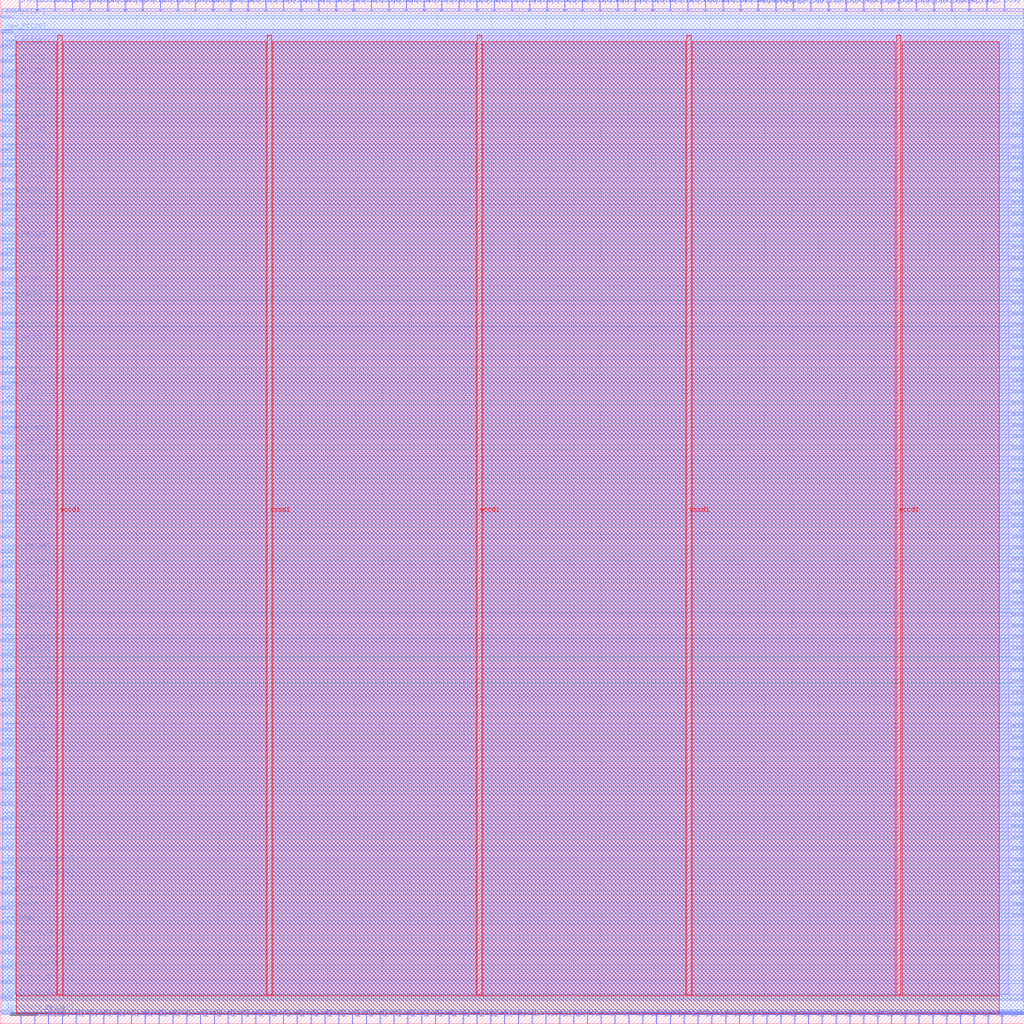
<source format=lef>
VERSION 5.7 ;
  NOWIREEXTENSIONATPIN ON ;
  DIVIDERCHAR "/" ;
  BUSBITCHARS "[]" ;
MACRO execution_unit
  CLASS BLOCK ;
  FOREIGN execution_unit ;
  ORIGIN 0.000 0.000 ;
  SIZE 375.000 BY 375.000 ;
  PIN busy
    DIRECTION OUTPUT TRISTATE ;
    USE SIGNAL ;
    ANTENNADIFFAREA 2.484000 ;
    PORT
      LAYER met2 ;
        RECT 367.630 371.000 367.910 375.000 ;
    END
  END busy
  PIN curr_PC[0]
    DIRECTION INPUT ;
    USE SIGNAL ;
    ANTENNAGATEAREA 1.494000 ;
    PORT
      LAYER met3 ;
        RECT 0.000 63.960 4.000 64.560 ;
    END
  END curr_PC[0]
  PIN curr_PC[10]
    DIRECTION INPUT ;
    USE SIGNAL ;
    ANTENNAGATEAREA 0.999000 ;
    PORT
      LAYER met3 ;
        RECT 0.000 118.360 4.000 118.960 ;
    END
  END curr_PC[10]
  PIN curr_PC[11]
    DIRECTION INPUT ;
    USE SIGNAL ;
    ANTENNAGATEAREA 1.003500 ;
    PORT
      LAYER met3 ;
        RECT 0.000 123.800 4.000 124.400 ;
    END
  END curr_PC[11]
  PIN curr_PC[12]
    DIRECTION INPUT ;
    USE SIGNAL ;
    ANTENNAGATEAREA 1.120500 ;
    PORT
      LAYER met3 ;
        RECT 0.000 129.240 4.000 129.840 ;
    END
  END curr_PC[12]
  PIN curr_PC[13]
    DIRECTION INPUT ;
    USE SIGNAL ;
    ANTENNAGATEAREA 1.246500 ;
    PORT
      LAYER met3 ;
        RECT 0.000 134.680 4.000 135.280 ;
    END
  END curr_PC[13]
  PIN curr_PC[14]
    DIRECTION INPUT ;
    USE SIGNAL ;
    ANTENNAGATEAREA 0.873000 ;
    PORT
      LAYER met3 ;
        RECT 0.000 140.120 4.000 140.720 ;
    END
  END curr_PC[14]
  PIN curr_PC[15]
    DIRECTION INPUT ;
    USE SIGNAL ;
    ANTENNAGATEAREA 0.751500 ;
    PORT
      LAYER met3 ;
        RECT 0.000 145.560 4.000 146.160 ;
    END
  END curr_PC[15]
  PIN curr_PC[16]
    DIRECTION INPUT ;
    USE SIGNAL ;
    ANTENNAGATEAREA 1.489500 ;
    PORT
      LAYER met3 ;
        RECT 0.000 151.000 4.000 151.600 ;
    END
  END curr_PC[16]
  PIN curr_PC[17]
    DIRECTION INPUT ;
    USE SIGNAL ;
    ANTENNAGATEAREA 1.027500 ;
    PORT
      LAYER met3 ;
        RECT 0.000 156.440 4.000 157.040 ;
    END
  END curr_PC[17]
  PIN curr_PC[18]
    DIRECTION INPUT ;
    USE SIGNAL ;
    ANTENNAGATEAREA 0.873000 ;
    PORT
      LAYER met3 ;
        RECT 0.000 161.880 4.000 162.480 ;
    END
  END curr_PC[18]
  PIN curr_PC[19]
    DIRECTION INPUT ;
    USE SIGNAL ;
    ANTENNAGATEAREA 1.615500 ;
    PORT
      LAYER met3 ;
        RECT 0.000 167.320 4.000 167.920 ;
    END
  END curr_PC[19]
  PIN curr_PC[1]
    DIRECTION INPUT ;
    USE SIGNAL ;
    ANTENNAGATEAREA 1.368000 ;
    PORT
      LAYER met3 ;
        RECT 0.000 69.400 4.000 70.000 ;
    END
  END curr_PC[1]
  PIN curr_PC[20]
    DIRECTION INPUT ;
    USE SIGNAL ;
    ANTENNAGATEAREA 0.873000 ;
    PORT
      LAYER met3 ;
        RECT 0.000 172.760 4.000 173.360 ;
    END
  END curr_PC[20]
  PIN curr_PC[21]
    DIRECTION INPUT ;
    USE SIGNAL ;
    ANTENNAGATEAREA 0.906000 ;
    PORT
      LAYER met3 ;
        RECT 0.000 178.200 4.000 178.800 ;
    END
  END curr_PC[21]
  PIN curr_PC[22]
    DIRECTION INPUT ;
    USE SIGNAL ;
    ANTENNAGATEAREA 1.246500 ;
    PORT
      LAYER met3 ;
        RECT 0.000 183.640 4.000 184.240 ;
    END
  END curr_PC[22]
  PIN curr_PC[23]
    DIRECTION INPUT ;
    USE SIGNAL ;
    ANTENNAGATEAREA 0.906000 ;
    PORT
      LAYER met3 ;
        RECT 0.000 189.080 4.000 189.680 ;
    END
  END curr_PC[23]
  PIN curr_PC[24]
    DIRECTION INPUT ;
    USE SIGNAL ;
    ANTENNAGATEAREA 1.401000 ;
    PORT
      LAYER met3 ;
        RECT 0.000 194.520 4.000 195.120 ;
    END
  END curr_PC[24]
  PIN curr_PC[25]
    DIRECTION INPUT ;
    USE SIGNAL ;
    ANTENNAGATEAREA 1.489500 ;
    PORT
      LAYER met3 ;
        RECT 0.000 199.960 4.000 200.560 ;
    END
  END curr_PC[25]
  PIN curr_PC[26]
    DIRECTION INPUT ;
    USE SIGNAL ;
    ANTENNAGATEAREA 0.994500 ;
    PORT
      LAYER met3 ;
        RECT 0.000 205.400 4.000 206.000 ;
    END
  END curr_PC[26]
  PIN curr_PC[27]
    DIRECTION INPUT ;
    USE SIGNAL ;
    ANTENNAGATEAREA 1.149000 ;
    PORT
      LAYER met3 ;
        RECT 0.000 210.840 4.000 211.440 ;
    END
  END curr_PC[27]
  PIN curr_PC[2]
    DIRECTION INPUT ;
    USE SIGNAL ;
    ANTENNAGATEAREA 0.994500 ;
    PORT
      LAYER met3 ;
        RECT 0.000 74.840 4.000 75.440 ;
    END
  END curr_PC[2]
  PIN curr_PC[3]
    DIRECTION INPUT ;
    USE SIGNAL ;
    ANTENNAGATEAREA 1.120500 ;
    PORT
      LAYER met3 ;
        RECT 0.000 80.280 4.000 80.880 ;
    END
  END curr_PC[3]
  PIN curr_PC[4]
    DIRECTION INPUT ;
    USE SIGNAL ;
    ANTENNAGATEAREA 1.368000 ;
    PORT
      LAYER met3 ;
        RECT 0.000 85.720 4.000 86.320 ;
    END
  END curr_PC[4]
  PIN curr_PC[5]
    DIRECTION INPUT ;
    USE SIGNAL ;
    ANTENNAGATEAREA 0.994500 ;
    PORT
      LAYER met3 ;
        RECT 0.000 91.160 4.000 91.760 ;
    END
  END curr_PC[5]
  PIN curr_PC[6]
    DIRECTION INPUT ;
    USE SIGNAL ;
    ANTENNAGATEAREA 1.242000 ;
    PORT
      LAYER met3 ;
        RECT 0.000 96.600 4.000 97.200 ;
    END
  END curr_PC[6]
  PIN curr_PC[7]
    DIRECTION INPUT ;
    USE SIGNAL ;
    ANTENNAGATEAREA 1.368000 ;
    PORT
      LAYER met3 ;
        RECT 0.000 102.040 4.000 102.640 ;
    END
  END curr_PC[7]
  PIN curr_PC[8]
    DIRECTION INPUT ;
    USE SIGNAL ;
    ANTENNAGATEAREA 0.994500 ;
    PORT
      LAYER met3 ;
        RECT 0.000 107.480 4.000 108.080 ;
    END
  END curr_PC[8]
  PIN curr_PC[9]
    DIRECTION INPUT ;
    USE SIGNAL ;
    ANTENNAGATEAREA 1.489500 ;
    PORT
      LAYER met3 ;
        RECT 0.000 112.920 4.000 113.520 ;
    END
  END curr_PC[9]
  PIN dest_idx[0]
    DIRECTION OUTPUT TRISTATE ;
    USE SIGNAL ;
    ANTENNADIFFAREA 0.924000 ;
    PORT
      LAYER met3 ;
        RECT 371.000 308.760 375.000 309.360 ;
    END
  END dest_idx[0]
  PIN dest_idx[1]
    DIRECTION OUTPUT TRISTATE ;
    USE SIGNAL ;
    ANTENNADIFFAREA 0.924000 ;
    PORT
      LAYER met3 ;
        RECT 371.000 312.840 375.000 313.440 ;
    END
  END dest_idx[1]
  PIN dest_idx[2]
    DIRECTION OUTPUT TRISTATE ;
    USE SIGNAL ;
    ANTENNADIFFAREA 0.924000 ;
    PORT
      LAYER met3 ;
        RECT 371.000 316.920 375.000 317.520 ;
    END
  END dest_idx[2]
  PIN dest_idx[3]
    DIRECTION OUTPUT TRISTATE ;
    USE SIGNAL ;
    ANTENNADIFFAREA 0.924000 ;
    PORT
      LAYER met3 ;
        RECT 371.000 321.000 375.000 321.600 ;
    END
  END dest_idx[3]
  PIN dest_idx[4]
    DIRECTION OUTPUT TRISTATE ;
    USE SIGNAL ;
    ANTENNADIFFAREA 0.924000 ;
    PORT
      LAYER met3 ;
        RECT 371.000 325.080 375.000 325.680 ;
    END
  END dest_idx[4]
  PIN dest_idx[5]
    DIRECTION OUTPUT TRISTATE ;
    USE SIGNAL ;
    ANTENNADIFFAREA 0.924000 ;
    PORT
      LAYER met3 ;
        RECT 371.000 329.160 375.000 329.760 ;
    END
  END dest_idx[5]
  PIN dest_mask[0]
    DIRECTION OUTPUT TRISTATE ;
    USE SIGNAL ;
    ANTENNADIFFAREA 2.862000 ;
    PORT
      LAYER met3 ;
        RECT 371.000 300.600 375.000 301.200 ;
    END
  END dest_mask[0]
  PIN dest_mask[1]
    DIRECTION OUTPUT TRISTATE ;
    USE SIGNAL ;
    ANTENNADIFFAREA 2.862000 ;
    PORT
      LAYER met3 ;
        RECT 371.000 304.680 375.000 305.280 ;
    END
  END dest_mask[1]
  PIN dest_pred[0]
    DIRECTION OUTPUT TRISTATE ;
    USE SIGNAL ;
    ANTENNADIFFAREA 0.924000 ;
    PORT
      LAYER met2 ;
        RECT 189.610 0.000 189.890 4.000 ;
    END
  END dest_pred[0]
  PIN dest_pred[1]
    DIRECTION OUTPUT TRISTATE ;
    USE SIGNAL ;
    ANTENNADIFFAREA 0.924000 ;
    PORT
      LAYER met2 ;
        RECT 194.670 0.000 194.950 4.000 ;
    END
  END dest_pred[1]
  PIN dest_pred[2]
    DIRECTION OUTPUT TRISTATE ;
    USE SIGNAL ;
    ANTENNADIFFAREA 0.924000 ;
    PORT
      LAYER met2 ;
        RECT 199.730 0.000 200.010 4.000 ;
    END
  END dest_pred[2]
  PIN dest_pred_val
    DIRECTION OUTPUT TRISTATE ;
    USE SIGNAL ;
    ANTENNAGATEAREA 0.495000 ;
    ANTENNADIFFAREA 1.721000 ;
    PORT
      LAYER met2 ;
        RECT 204.790 0.000 205.070 4.000 ;
    END
  END dest_pred_val
  PIN dest_val[0]
    DIRECTION OUTPUT TRISTATE ;
    USE SIGNAL ;
    ANTENNADIFFAREA 1.484000 ;
    PORT
      LAYER met2 ;
        RECT 7.450 0.000 7.730 4.000 ;
    END
  END dest_val[0]
  PIN dest_val[10]
    DIRECTION OUTPUT TRISTATE ;
    USE SIGNAL ;
    ANTENNADIFFAREA 1.484000 ;
    PORT
      LAYER met2 ;
        RECT 58.050 0.000 58.330 4.000 ;
    END
  END dest_val[10]
  PIN dest_val[11]
    DIRECTION OUTPUT TRISTATE ;
    USE SIGNAL ;
    ANTENNADIFFAREA 0.891000 ;
    PORT
      LAYER met2 ;
        RECT 63.110 0.000 63.390 4.000 ;
    END
  END dest_val[11]
  PIN dest_val[12]
    DIRECTION OUTPUT TRISTATE ;
    USE SIGNAL ;
    ANTENNADIFFAREA 0.891000 ;
    PORT
      LAYER met2 ;
        RECT 68.170 0.000 68.450 4.000 ;
    END
  END dest_val[12]
  PIN dest_val[13]
    DIRECTION OUTPUT TRISTATE ;
    USE SIGNAL ;
    ANTENNADIFFAREA 0.891000 ;
    PORT
      LAYER met2 ;
        RECT 73.230 0.000 73.510 4.000 ;
    END
  END dest_val[13]
  PIN dest_val[14]
    DIRECTION OUTPUT TRISTATE ;
    USE SIGNAL ;
    ANTENNADIFFAREA 1.782000 ;
    PORT
      LAYER met2 ;
        RECT 78.290 0.000 78.570 4.000 ;
    END
  END dest_val[14]
  PIN dest_val[15]
    DIRECTION OUTPUT TRISTATE ;
    USE SIGNAL ;
    ANTENNADIFFAREA 0.891000 ;
    PORT
      LAYER met2 ;
        RECT 83.350 0.000 83.630 4.000 ;
    END
  END dest_val[15]
  PIN dest_val[16]
    DIRECTION OUTPUT TRISTATE ;
    USE SIGNAL ;
    ANTENNADIFFAREA 0.891000 ;
    PORT
      LAYER met2 ;
        RECT 88.410 0.000 88.690 4.000 ;
    END
  END dest_val[16]
  PIN dest_val[17]
    DIRECTION OUTPUT TRISTATE ;
    USE SIGNAL ;
    ANTENNADIFFAREA 2.484000 ;
    PORT
      LAYER met2 ;
        RECT 93.470 0.000 93.750 4.000 ;
    END
  END dest_val[17]
  PIN dest_val[18]
    DIRECTION OUTPUT TRISTATE ;
    USE SIGNAL ;
    ANTENNADIFFAREA 1.782000 ;
    PORT
      LAYER met2 ;
        RECT 98.530 0.000 98.810 4.000 ;
    END
  END dest_val[18]
  PIN dest_val[19]
    DIRECTION OUTPUT TRISTATE ;
    USE SIGNAL ;
    ANTENNADIFFAREA 1.484000 ;
    PORT
      LAYER met2 ;
        RECT 103.590 0.000 103.870 4.000 ;
    END
  END dest_val[19]
  PIN dest_val[1]
    DIRECTION OUTPUT TRISTATE ;
    USE SIGNAL ;
    ANTENNADIFFAREA 1.782000 ;
    PORT
      LAYER met2 ;
        RECT 12.510 0.000 12.790 4.000 ;
    END
  END dest_val[1]
  PIN dest_val[20]
    DIRECTION OUTPUT TRISTATE ;
    USE SIGNAL ;
    ANTENNADIFFAREA 1.782000 ;
    PORT
      LAYER met2 ;
        RECT 108.650 0.000 108.930 4.000 ;
    END
  END dest_val[20]
  PIN dest_val[21]
    DIRECTION OUTPUT TRISTATE ;
    USE SIGNAL ;
    ANTENNADIFFAREA 1.484000 ;
    PORT
      LAYER met2 ;
        RECT 113.710 0.000 113.990 4.000 ;
    END
  END dest_val[21]
  PIN dest_val[22]
    DIRECTION OUTPUT TRISTATE ;
    USE SIGNAL ;
    ANTENNADIFFAREA 0.891000 ;
    PORT
      LAYER met2 ;
        RECT 118.770 0.000 119.050 4.000 ;
    END
  END dest_val[22]
  PIN dest_val[23]
    DIRECTION OUTPUT TRISTATE ;
    USE SIGNAL ;
    ANTENNADIFFAREA 1.484000 ;
    PORT
      LAYER met2 ;
        RECT 123.830 0.000 124.110 4.000 ;
    END
  END dest_val[23]
  PIN dest_val[24]
    DIRECTION OUTPUT TRISTATE ;
    USE SIGNAL ;
    ANTENNADIFFAREA 0.891000 ;
    PORT
      LAYER met2 ;
        RECT 128.890 0.000 129.170 4.000 ;
    END
  END dest_val[24]
  PIN dest_val[25]
    DIRECTION OUTPUT TRISTATE ;
    USE SIGNAL ;
    ANTENNADIFFAREA 0.891000 ;
    PORT
      LAYER met2 ;
        RECT 133.950 0.000 134.230 4.000 ;
    END
  END dest_val[25]
  PIN dest_val[26]
    DIRECTION OUTPUT TRISTATE ;
    USE SIGNAL ;
    ANTENNADIFFAREA 0.891000 ;
    PORT
      LAYER met2 ;
        RECT 139.010 0.000 139.290 4.000 ;
    END
  END dest_val[26]
  PIN dest_val[27]
    DIRECTION OUTPUT TRISTATE ;
    USE SIGNAL ;
    ANTENNADIFFAREA 0.891000 ;
    PORT
      LAYER met2 ;
        RECT 144.070 0.000 144.350 4.000 ;
    END
  END dest_val[27]
  PIN dest_val[28]
    DIRECTION OUTPUT TRISTATE ;
    USE SIGNAL ;
    ANTENNADIFFAREA 0.891000 ;
    PORT
      LAYER met2 ;
        RECT 149.130 0.000 149.410 4.000 ;
    END
  END dest_val[28]
  PIN dest_val[29]
    DIRECTION OUTPUT TRISTATE ;
    USE SIGNAL ;
    ANTENNADIFFAREA 0.891000 ;
    PORT
      LAYER met2 ;
        RECT 154.190 0.000 154.470 4.000 ;
    END
  END dest_val[29]
  PIN dest_val[2]
    DIRECTION OUTPUT TRISTATE ;
    USE SIGNAL ;
    ANTENNADIFFAREA 1.484000 ;
    PORT
      LAYER met2 ;
        RECT 17.570 0.000 17.850 4.000 ;
    END
  END dest_val[2]
  PIN dest_val[30]
    DIRECTION OUTPUT TRISTATE ;
    USE SIGNAL ;
    ANTENNADIFFAREA 0.891000 ;
    PORT
      LAYER met2 ;
        RECT 159.250 0.000 159.530 4.000 ;
    END
  END dest_val[30]
  PIN dest_val[31]
    DIRECTION OUTPUT TRISTATE ;
    USE SIGNAL ;
    ANTENNADIFFAREA 0.891000 ;
    PORT
      LAYER met2 ;
        RECT 164.310 0.000 164.590 4.000 ;
    END
  END dest_val[31]
  PIN dest_val[3]
    DIRECTION OUTPUT TRISTATE ;
    USE SIGNAL ;
    ANTENNADIFFAREA 0.891000 ;
    PORT
      LAYER met2 ;
        RECT 22.630 0.000 22.910 4.000 ;
    END
  END dest_val[3]
  PIN dest_val[4]
    DIRECTION OUTPUT TRISTATE ;
    USE SIGNAL ;
    ANTENNADIFFAREA 0.891000 ;
    PORT
      LAYER met2 ;
        RECT 27.690 0.000 27.970 4.000 ;
    END
  END dest_val[4]
  PIN dest_val[5]
    DIRECTION OUTPUT TRISTATE ;
    USE SIGNAL ;
    ANTENNADIFFAREA 0.891000 ;
    PORT
      LAYER met2 ;
        RECT 32.750 0.000 33.030 4.000 ;
    END
  END dest_val[5]
  PIN dest_val[6]
    DIRECTION OUTPUT TRISTATE ;
    USE SIGNAL ;
    ANTENNADIFFAREA 1.484000 ;
    PORT
      LAYER met2 ;
        RECT 37.810 0.000 38.090 4.000 ;
    END
  END dest_val[6]
  PIN dest_val[7]
    DIRECTION OUTPUT TRISTATE ;
    USE SIGNAL ;
    ANTENNADIFFAREA 0.891000 ;
    PORT
      LAYER met2 ;
        RECT 42.870 0.000 43.150 4.000 ;
    END
  END dest_val[7]
  PIN dest_val[8]
    DIRECTION OUTPUT TRISTATE ;
    USE SIGNAL ;
    ANTENNADIFFAREA 1.484000 ;
    PORT
      LAYER met2 ;
        RECT 47.930 0.000 48.210 4.000 ;
    END
  END dest_val[8]
  PIN dest_val[9]
    DIRECTION OUTPUT TRISTATE ;
    USE SIGNAL ;
    ANTENNADIFFAREA 0.924000 ;
    PORT
      LAYER met2 ;
        RECT 52.990 0.000 53.270 4.000 ;
    END
  END dest_val[9]
  PIN instruction[0]
    DIRECTION INPUT ;
    USE SIGNAL ;
    ANTENNAGATEAREA 3.226500 ;
    PORT
      LAYER met2 ;
        RECT 6.990 371.000 7.270 375.000 ;
    END
  END instruction[0]
  PIN instruction[10]
    DIRECTION INPUT ;
    USE SIGNAL ;
    ANTENNAGATEAREA 0.990000 ;
    PORT
      LAYER met2 ;
        RECT 71.390 371.000 71.670 375.000 ;
    END
  END instruction[10]
  PIN instruction[11]
    DIRECTION INPUT ;
    USE SIGNAL ;
    ANTENNAGATEAREA 1.980000 ;
    ANTENNADIFFAREA 0.434700 ;
    PORT
      LAYER met2 ;
        RECT 77.830 371.000 78.110 375.000 ;
    END
  END instruction[11]
  PIN instruction[12]
    DIRECTION INPUT ;
    USE SIGNAL ;
    ANTENNAGATEAREA 1.980000 ;
    ANTENNADIFFAREA 0.869400 ;
    PORT
      LAYER met2 ;
        RECT 84.270 371.000 84.550 375.000 ;
    END
  END instruction[12]
  PIN instruction[13]
    DIRECTION INPUT ;
    USE SIGNAL ;
    ANTENNAGATEAREA 1.980000 ;
    ANTENNADIFFAREA 0.869400 ;
    PORT
      LAYER met2 ;
        RECT 90.710 371.000 90.990 375.000 ;
    END
  END instruction[13]
  PIN instruction[14]
    DIRECTION INPUT ;
    USE SIGNAL ;
    ANTENNAGATEAREA 1.732500 ;
    PORT
      LAYER met2 ;
        RECT 97.150 371.000 97.430 375.000 ;
    END
  END instruction[14]
  PIN instruction[15]
    DIRECTION INPUT ;
    USE SIGNAL ;
    ANTENNAGATEAREA 1.732500 ;
    PORT
      LAYER met2 ;
        RECT 103.590 371.000 103.870 375.000 ;
    END
  END instruction[15]
  PIN instruction[16]
    DIRECTION INPUT ;
    USE SIGNAL ;
    ANTENNAGATEAREA 1.732500 ;
    PORT
      LAYER met2 ;
        RECT 110.030 371.000 110.310 375.000 ;
    END
  END instruction[16]
  PIN instruction[17]
    DIRECTION INPUT ;
    USE SIGNAL ;
    ANTENNAGATEAREA 0.247500 ;
    ANTENNADIFFAREA 0.434700 ;
    PORT
      LAYER met2 ;
        RECT 116.470 371.000 116.750 375.000 ;
    END
  END instruction[17]
  PIN instruction[18]
    DIRECTION INPUT ;
    USE SIGNAL ;
    ANTENNAGATEAREA 0.621000 ;
    PORT
      LAYER met2 ;
        RECT 122.910 371.000 123.190 375.000 ;
    END
  END instruction[18]
  PIN instruction[19]
    DIRECTION INPUT ;
    USE SIGNAL ;
    ANTENNAGATEAREA 0.621000 ;
    PORT
      LAYER met2 ;
        RECT 129.350 371.000 129.630 375.000 ;
    END
  END instruction[19]
  PIN instruction[1]
    DIRECTION INPUT ;
    USE SIGNAL ;
    ANTENNAGATEAREA 3.600000 ;
    PORT
      LAYER met2 ;
        RECT 13.430 371.000 13.710 375.000 ;
    END
  END instruction[1]
  PIN instruction[20]
    DIRECTION INPUT ;
    USE SIGNAL ;
    ANTENNAGATEAREA 0.621000 ;
    PORT
      LAYER met2 ;
        RECT 135.790 371.000 136.070 375.000 ;
    END
  END instruction[20]
  PIN instruction[21]
    DIRECTION INPUT ;
    USE SIGNAL ;
    ANTENNAGATEAREA 0.621000 ;
    PORT
      LAYER met2 ;
        RECT 142.230 371.000 142.510 375.000 ;
    END
  END instruction[21]
  PIN instruction[22]
    DIRECTION INPUT ;
    USE SIGNAL ;
    ANTENNAGATEAREA 0.621000 ;
    PORT
      LAYER met2 ;
        RECT 148.670 371.000 148.950 375.000 ;
    END
  END instruction[22]
  PIN instruction[23]
    DIRECTION INPUT ;
    USE SIGNAL ;
    ANTENNAGATEAREA 0.621000 ;
    PORT
      LAYER met2 ;
        RECT 155.110 371.000 155.390 375.000 ;
    END
  END instruction[23]
  PIN instruction[24]
    DIRECTION INPUT ;
    USE SIGNAL ;
    ANTENNAGATEAREA 0.495000 ;
    PORT
      LAYER met2 ;
        RECT 161.550 371.000 161.830 375.000 ;
    END
  END instruction[24]
  PIN instruction[25]
    DIRECTION INPUT ;
    USE SIGNAL ;
    ANTENNAGATEAREA 0.868500 ;
    PORT
      LAYER met2 ;
        RECT 167.990 371.000 168.270 375.000 ;
    END
  END instruction[25]
  PIN instruction[26]
    DIRECTION INPUT ;
    USE SIGNAL ;
    ANTENNAGATEAREA 0.621000 ;
    PORT
      LAYER met2 ;
        RECT 174.430 371.000 174.710 375.000 ;
    END
  END instruction[26]
  PIN instruction[27]
    DIRECTION INPUT ;
    USE SIGNAL ;
    ANTENNAGATEAREA 0.373500 ;
    PORT
      LAYER met2 ;
        RECT 180.870 371.000 181.150 375.000 ;
    END
  END instruction[27]
  PIN instruction[28]
    DIRECTION INPUT ;
    USE SIGNAL ;
    ANTENNAGATEAREA 0.373500 ;
    PORT
      LAYER met2 ;
        RECT 187.310 371.000 187.590 375.000 ;
    END
  END instruction[28]
  PIN instruction[29]
    DIRECTION INPUT ;
    USE SIGNAL ;
    ANTENNAGATEAREA 0.373500 ;
    PORT
      LAYER met2 ;
        RECT 193.750 371.000 194.030 375.000 ;
    END
  END instruction[29]
  PIN instruction[2]
    DIRECTION INPUT ;
    USE SIGNAL ;
    ANTENNAGATEAREA 3.973500 ;
    PORT
      LAYER met2 ;
        RECT 19.870 371.000 20.150 375.000 ;
    END
  END instruction[2]
  PIN instruction[30]
    DIRECTION INPUT ;
    USE SIGNAL ;
    ANTENNAGATEAREA 0.373500 ;
    PORT
      LAYER met2 ;
        RECT 200.190 371.000 200.470 375.000 ;
    END
  END instruction[30]
  PIN instruction[31]
    DIRECTION INPUT ;
    USE SIGNAL ;
    ANTENNAGATEAREA 0.495000 ;
    PORT
      LAYER met2 ;
        RECT 206.630 371.000 206.910 375.000 ;
    END
  END instruction[31]
  PIN instruction[32]
    DIRECTION INPUT ;
    USE SIGNAL ;
    ANTENNAGATEAREA 0.247500 ;
    PORT
      LAYER met2 ;
        RECT 213.070 371.000 213.350 375.000 ;
    END
  END instruction[32]
  PIN instruction[33]
    DIRECTION INPUT ;
    USE SIGNAL ;
    ANTENNAGATEAREA 0.247500 ;
    PORT
      LAYER met2 ;
        RECT 219.510 371.000 219.790 375.000 ;
    END
  END instruction[33]
  PIN instruction[34]
    DIRECTION INPUT ;
    USE SIGNAL ;
    ANTENNAGATEAREA 0.247500 ;
    PORT
      LAYER met2 ;
        RECT 225.950 371.000 226.230 375.000 ;
    END
  END instruction[34]
  PIN instruction[35]
    DIRECTION INPUT ;
    USE SIGNAL ;
    ANTENNAGATEAREA 0.247500 ;
    PORT
      LAYER met2 ;
        RECT 232.390 371.000 232.670 375.000 ;
    END
  END instruction[35]
  PIN instruction[36]
    DIRECTION INPUT ;
    USE SIGNAL ;
    ANTENNAGATEAREA 0.247500 ;
    PORT
      LAYER met2 ;
        RECT 238.830 371.000 239.110 375.000 ;
    END
  END instruction[36]
  PIN instruction[37]
    DIRECTION INPUT ;
    USE SIGNAL ;
    ANTENNAGATEAREA 0.247500 ;
    PORT
      LAYER met2 ;
        RECT 245.270 371.000 245.550 375.000 ;
    END
  END instruction[37]
  PIN instruction[38]
    DIRECTION INPUT ;
    USE SIGNAL ;
    ANTENNAGATEAREA 0.247500 ;
    PORT
      LAYER met2 ;
        RECT 251.710 371.000 251.990 375.000 ;
    END
  END instruction[38]
  PIN instruction[39]
    DIRECTION INPUT ;
    USE SIGNAL ;
    ANTENNAGATEAREA 0.247500 ;
    PORT
      LAYER met2 ;
        RECT 258.150 371.000 258.430 375.000 ;
    END
  END instruction[39]
  PIN instruction[3]
    DIRECTION INPUT ;
    USE SIGNAL ;
    ANTENNAGATEAREA 4.207500 ;
    PORT
      LAYER met2 ;
        RECT 26.310 371.000 26.590 375.000 ;
    END
  END instruction[3]
  PIN instruction[40]
    DIRECTION INPUT ;
    USE SIGNAL ;
    ANTENNAGATEAREA 0.495000 ;
    PORT
      LAYER met2 ;
        RECT 264.590 371.000 264.870 375.000 ;
    END
  END instruction[40]
  PIN instruction[41]
    DIRECTION INPUT ;
    USE SIGNAL ;
    ANTENNAGATEAREA 2.970000 ;
    PORT
      LAYER met2 ;
        RECT 271.030 371.000 271.310 375.000 ;
    END
  END instruction[41]
  PIN instruction[4]
    DIRECTION INPUT ;
    USE SIGNAL ;
    ANTENNAGATEAREA 4.828500 ;
    PORT
      LAYER met2 ;
        RECT 32.750 371.000 33.030 375.000 ;
    END
  END instruction[4]
  PIN instruction[5]
    DIRECTION INPUT ;
    USE SIGNAL ;
    ANTENNAGATEAREA 4.248000 ;
    PORT
      LAYER met2 ;
        RECT 39.190 371.000 39.470 375.000 ;
    END
  END instruction[5]
  PIN instruction[6]
    DIRECTION INPUT ;
    USE SIGNAL ;
    ANTENNAGATEAREA 5.940000 ;
    PORT
      LAYER met2 ;
        RECT 45.630 371.000 45.910 375.000 ;
    END
  END instruction[6]
  PIN instruction[7]
    DIRECTION INPUT ;
    USE SIGNAL ;
    ANTENNAGATEAREA 0.990000 ;
    PORT
      LAYER met2 ;
        RECT 52.070 371.000 52.350 375.000 ;
    END
  END instruction[7]
  PIN instruction[8]
    DIRECTION INPUT ;
    USE SIGNAL ;
    ANTENNAGATEAREA 0.990000 ;
    PORT
      LAYER met2 ;
        RECT 58.510 371.000 58.790 375.000 ;
    END
  END instruction[8]
  PIN instruction[9]
    DIRECTION INPUT ;
    USE SIGNAL ;
    ANTENNAGATEAREA 0.990000 ;
    PORT
      LAYER met2 ;
        RECT 64.950 371.000 65.230 375.000 ;
    END
  END instruction[9]
  PIN int_return
    DIRECTION OUTPUT TRISTATE ;
    USE SIGNAL ;
    ANTENNADIFFAREA 0.891000 ;
    PORT
      LAYER met3 ;
        RECT 371.000 333.240 375.000 333.840 ;
    END
  END int_return
  PIN is_load
    DIRECTION OUTPUT TRISTATE ;
    USE SIGNAL ;
    ANTENNAGATEAREA 0.742500 ;
    ANTENNADIFFAREA 2.484000 ;
    PORT
      LAYER met3 ;
        RECT 0.000 36.760 4.000 37.360 ;
    END
  END is_load
  PIN is_store
    DIRECTION OUTPUT TRISTATE ;
    USE SIGNAL ;
    ANTENNADIFFAREA 2.484000 ;
    PORT
      LAYER met3 ;
        RECT 0.000 42.200 4.000 42.800 ;
    END
  END is_store
  PIN loadstore_address[0]
    DIRECTION OUTPUT TRISTATE ;
    USE SIGNAL ;
    ANTENNADIFFAREA 0.924000 ;
    PORT
      LAYER met2 ;
        RECT 209.850 0.000 210.130 4.000 ;
    END
  END loadstore_address[0]
  PIN loadstore_address[10]
    DIRECTION OUTPUT TRISTATE ;
    USE SIGNAL ;
    ANTENNADIFFAREA 0.924000 ;
    PORT
      LAYER met2 ;
        RECT 260.450 0.000 260.730 4.000 ;
    END
  END loadstore_address[10]
  PIN loadstore_address[11]
    DIRECTION OUTPUT TRISTATE ;
    USE SIGNAL ;
    ANTENNADIFFAREA 0.924000 ;
    PORT
      LAYER met2 ;
        RECT 265.510 0.000 265.790 4.000 ;
    END
  END loadstore_address[11]
  PIN loadstore_address[12]
    DIRECTION OUTPUT TRISTATE ;
    USE SIGNAL ;
    ANTENNADIFFAREA 0.924000 ;
    PORT
      LAYER met2 ;
        RECT 270.570 0.000 270.850 4.000 ;
    END
  END loadstore_address[12]
  PIN loadstore_address[13]
    DIRECTION OUTPUT TRISTATE ;
    USE SIGNAL ;
    ANTENNADIFFAREA 0.924000 ;
    PORT
      LAYER met2 ;
        RECT 275.630 0.000 275.910 4.000 ;
    END
  END loadstore_address[13]
  PIN loadstore_address[14]
    DIRECTION OUTPUT TRISTATE ;
    USE SIGNAL ;
    ANTENNADIFFAREA 0.924000 ;
    PORT
      LAYER met2 ;
        RECT 280.690 0.000 280.970 4.000 ;
    END
  END loadstore_address[14]
  PIN loadstore_address[15]
    DIRECTION OUTPUT TRISTATE ;
    USE SIGNAL ;
    ANTENNADIFFAREA 2.484000 ;
    PORT
      LAYER met2 ;
        RECT 285.750 0.000 286.030 4.000 ;
    END
  END loadstore_address[15]
  PIN loadstore_address[16]
    DIRECTION OUTPUT TRISTATE ;
    USE SIGNAL ;
    ANTENNADIFFAREA 1.524450 ;
    PORT
      LAYER met2 ;
        RECT 290.810 0.000 291.090 4.000 ;
    END
  END loadstore_address[16]
  PIN loadstore_address[17]
    DIRECTION OUTPUT TRISTATE ;
    USE SIGNAL ;
    ANTENNADIFFAREA 1.721000 ;
    PORT
      LAYER met2 ;
        RECT 295.870 0.000 296.150 4.000 ;
    END
  END loadstore_address[17]
  PIN loadstore_address[18]
    DIRECTION OUTPUT TRISTATE ;
    USE SIGNAL ;
    ANTENNADIFFAREA 1.524450 ;
    PORT
      LAYER met2 ;
        RECT 300.930 0.000 301.210 4.000 ;
    END
  END loadstore_address[18]
  PIN loadstore_address[19]
    DIRECTION OUTPUT TRISTATE ;
    USE SIGNAL ;
    ANTENNADIFFAREA 1.721000 ;
    PORT
      LAYER met2 ;
        RECT 305.990 0.000 306.270 4.000 ;
    END
  END loadstore_address[19]
  PIN loadstore_address[1]
    DIRECTION OUTPUT TRISTATE ;
    USE SIGNAL ;
    ANTENNADIFFAREA 1.524450 ;
    PORT
      LAYER met2 ;
        RECT 214.910 0.000 215.190 4.000 ;
    END
  END loadstore_address[1]
  PIN loadstore_address[20]
    DIRECTION OUTPUT TRISTATE ;
    USE SIGNAL ;
    ANTENNADIFFAREA 2.484000 ;
    PORT
      LAYER met2 ;
        RECT 311.050 0.000 311.330 4.000 ;
    END
  END loadstore_address[20]
  PIN loadstore_address[21]
    DIRECTION OUTPUT TRISTATE ;
    USE SIGNAL ;
    ANTENNADIFFAREA 1.524450 ;
    PORT
      LAYER met2 ;
        RECT 316.110 0.000 316.390 4.000 ;
    END
  END loadstore_address[21]
  PIN loadstore_address[22]
    DIRECTION OUTPUT TRISTATE ;
    USE SIGNAL ;
    ANTENNADIFFAREA 1.524450 ;
    PORT
      LAYER met2 ;
        RECT 321.170 0.000 321.450 4.000 ;
    END
  END loadstore_address[22]
  PIN loadstore_address[23]
    DIRECTION OUTPUT TRISTATE ;
    USE SIGNAL ;
    ANTENNADIFFAREA 1.721000 ;
    PORT
      LAYER met2 ;
        RECT 326.230 0.000 326.510 4.000 ;
    END
  END loadstore_address[23]
  PIN loadstore_address[24]
    DIRECTION OUTPUT TRISTATE ;
    USE SIGNAL ;
    ANTENNADIFFAREA 1.721000 ;
    PORT
      LAYER met2 ;
        RECT 331.290 0.000 331.570 4.000 ;
    END
  END loadstore_address[24]
  PIN loadstore_address[25]
    DIRECTION OUTPUT TRISTATE ;
    USE SIGNAL ;
    ANTENNADIFFAREA 1.721000 ;
    PORT
      LAYER met2 ;
        RECT 336.350 0.000 336.630 4.000 ;
    END
  END loadstore_address[25]
  PIN loadstore_address[26]
    DIRECTION OUTPUT TRISTATE ;
    USE SIGNAL ;
    ANTENNADIFFAREA 1.721000 ;
    PORT
      LAYER met2 ;
        RECT 341.410 0.000 341.690 4.000 ;
    END
  END loadstore_address[26]
  PIN loadstore_address[27]
    DIRECTION OUTPUT TRISTATE ;
    USE SIGNAL ;
    ANTENNADIFFAREA 1.721000 ;
    PORT
      LAYER met2 ;
        RECT 346.470 0.000 346.750 4.000 ;
    END
  END loadstore_address[27]
  PIN loadstore_address[28]
    DIRECTION OUTPUT TRISTATE ;
    USE SIGNAL ;
    ANTENNADIFFAREA 2.484000 ;
    PORT
      LAYER met2 ;
        RECT 351.530 0.000 351.810 4.000 ;
    END
  END loadstore_address[28]
  PIN loadstore_address[29]
    DIRECTION OUTPUT TRISTATE ;
    USE SIGNAL ;
    ANTENNADIFFAREA 1.721000 ;
    PORT
      LAYER met2 ;
        RECT 356.590 0.000 356.870 4.000 ;
    END
  END loadstore_address[29]
  PIN loadstore_address[2]
    DIRECTION OUTPUT TRISTATE ;
    USE SIGNAL ;
    ANTENNADIFFAREA 1.721000 ;
    PORT
      LAYER met2 ;
        RECT 219.970 0.000 220.250 4.000 ;
    END
  END loadstore_address[2]
  PIN loadstore_address[30]
    DIRECTION OUTPUT TRISTATE ;
    USE SIGNAL ;
    ANTENNADIFFAREA 1.721000 ;
    PORT
      LAYER met2 ;
        RECT 361.650 0.000 361.930 4.000 ;
    END
  END loadstore_address[30]
  PIN loadstore_address[31]
    DIRECTION OUTPUT TRISTATE ;
    USE SIGNAL ;
    ANTENNADIFFAREA 1.721000 ;
    PORT
      LAYER met2 ;
        RECT 366.710 0.000 366.990 4.000 ;
    END
  END loadstore_address[31]
  PIN loadstore_address[3]
    DIRECTION OUTPUT TRISTATE ;
    USE SIGNAL ;
    ANTENNADIFFAREA 1.721000 ;
    PORT
      LAYER met2 ;
        RECT 225.030 0.000 225.310 4.000 ;
    END
  END loadstore_address[3]
  PIN loadstore_address[4]
    DIRECTION OUTPUT TRISTATE ;
    USE SIGNAL ;
    ANTENNADIFFAREA 1.721000 ;
    PORT
      LAYER met2 ;
        RECT 230.090 0.000 230.370 4.000 ;
    END
  END loadstore_address[4]
  PIN loadstore_address[5]
    DIRECTION OUTPUT TRISTATE ;
    USE SIGNAL ;
    ANTENNADIFFAREA 1.524450 ;
    PORT
      LAYER met2 ;
        RECT 235.150 0.000 235.430 4.000 ;
    END
  END loadstore_address[5]
  PIN loadstore_address[6]
    DIRECTION OUTPUT TRISTATE ;
    USE SIGNAL ;
    ANTENNADIFFAREA 1.524450 ;
    PORT
      LAYER met2 ;
        RECT 240.210 0.000 240.490 4.000 ;
    END
  END loadstore_address[6]
  PIN loadstore_address[7]
    DIRECTION OUTPUT TRISTATE ;
    USE SIGNAL ;
    ANTENNADIFFAREA 1.524450 ;
    PORT
      LAYER met2 ;
        RECT 245.270 0.000 245.550 4.000 ;
    END
  END loadstore_address[7]
  PIN loadstore_address[8]
    DIRECTION OUTPUT TRISTATE ;
    USE SIGNAL ;
    ANTENNADIFFAREA 1.524450 ;
    PORT
      LAYER met2 ;
        RECT 250.330 0.000 250.610 4.000 ;
    END
  END loadstore_address[8]
  PIN loadstore_address[9]
    DIRECTION OUTPUT TRISTATE ;
    USE SIGNAL ;
    ANTENNADIFFAREA 1.524450 ;
    PORT
      LAYER met2 ;
        RECT 255.390 0.000 255.670 4.000 ;
    END
  END loadstore_address[9]
  PIN loadstore_dest[0]
    DIRECTION OUTPUT TRISTATE ;
    USE SIGNAL ;
    ANTENNADIFFAREA 2.673000 ;
    PORT
      LAYER met3 ;
        RECT 0.000 4.120 4.000 4.720 ;
    END
  END loadstore_dest[0]
  PIN loadstore_dest[1]
    DIRECTION OUTPUT TRISTATE ;
    USE SIGNAL ;
    ANTENNADIFFAREA 2.673000 ;
    PORT
      LAYER met3 ;
        RECT 0.000 9.560 4.000 10.160 ;
    END
  END loadstore_dest[1]
  PIN loadstore_dest[2]
    DIRECTION OUTPUT TRISTATE ;
    USE SIGNAL ;
    ANTENNADIFFAREA 2.673000 ;
    PORT
      LAYER met3 ;
        RECT 0.000 15.000 4.000 15.600 ;
    END
  END loadstore_dest[2]
  PIN loadstore_dest[3]
    DIRECTION OUTPUT TRISTATE ;
    USE SIGNAL ;
    ANTENNADIFFAREA 2.673000 ;
    PORT
      LAYER met3 ;
        RECT 0.000 20.440 4.000 21.040 ;
    END
  END loadstore_dest[3]
  PIN loadstore_dest[4]
    DIRECTION OUTPUT TRISTATE ;
    USE SIGNAL ;
    ANTENNADIFFAREA 2.673000 ;
    PORT
      LAYER met3 ;
        RECT 0.000 25.880 4.000 26.480 ;
    END
  END loadstore_dest[4]
  PIN loadstore_dest[5]
    DIRECTION OUTPUT TRISTATE ;
    USE SIGNAL ;
    ANTENNADIFFAREA 2.673000 ;
    PORT
      LAYER met3 ;
        RECT 0.000 31.320 4.000 31.920 ;
    END
  END loadstore_dest[5]
  PIN loadstore_size[0]
    DIRECTION OUTPUT TRISTATE ;
    USE SIGNAL ;
    ANTENNADIFFAREA 2.673000 ;
    PORT
      LAYER met3 ;
        RECT 0.000 53.080 4.000 53.680 ;
    END
  END loadstore_size[0]
  PIN loadstore_size[1]
    DIRECTION OUTPUT TRISTATE ;
    USE SIGNAL ;
    ANTENNADIFFAREA 2.673000 ;
    PORT
      LAYER met3 ;
        RECT 0.000 58.520 4.000 59.120 ;
    END
  END loadstore_size[1]
  PIN new_PC[0]
    DIRECTION OUTPUT TRISTATE ;
    USE SIGNAL ;
    ANTENNADIFFAREA 0.924000 ;
    PORT
      LAYER met3 ;
        RECT 0.000 221.720 4.000 222.320 ;
    END
  END new_PC[0]
  PIN new_PC[10]
    DIRECTION OUTPUT TRISTATE ;
    USE SIGNAL ;
    ANTENNADIFFAREA 0.924000 ;
    PORT
      LAYER met3 ;
        RECT 0.000 276.120 4.000 276.720 ;
    END
  END new_PC[10]
  PIN new_PC[11]
    DIRECTION OUTPUT TRISTATE ;
    USE SIGNAL ;
    ANTENNADIFFAREA 0.924000 ;
    PORT
      LAYER met3 ;
        RECT 0.000 281.560 4.000 282.160 ;
    END
  END new_PC[11]
  PIN new_PC[12]
    DIRECTION OUTPUT TRISTATE ;
    USE SIGNAL ;
    ANTENNADIFFAREA 0.924000 ;
    PORT
      LAYER met3 ;
        RECT 0.000 287.000 4.000 287.600 ;
    END
  END new_PC[12]
  PIN new_PC[13]
    DIRECTION OUTPUT TRISTATE ;
    USE SIGNAL ;
    ANTENNADIFFAREA 0.924000 ;
    PORT
      LAYER met3 ;
        RECT 0.000 292.440 4.000 293.040 ;
    END
  END new_PC[13]
  PIN new_PC[14]
    DIRECTION OUTPUT TRISTATE ;
    USE SIGNAL ;
    ANTENNADIFFAREA 0.924000 ;
    PORT
      LAYER met3 ;
        RECT 0.000 297.880 4.000 298.480 ;
    END
  END new_PC[14]
  PIN new_PC[15]
    DIRECTION OUTPUT TRISTATE ;
    USE SIGNAL ;
    ANTENNADIFFAREA 0.924000 ;
    PORT
      LAYER met3 ;
        RECT 0.000 303.320 4.000 303.920 ;
    END
  END new_PC[15]
  PIN new_PC[16]
    DIRECTION OUTPUT TRISTATE ;
    USE SIGNAL ;
    ANTENNADIFFAREA 0.924000 ;
    PORT
      LAYER met3 ;
        RECT 0.000 308.760 4.000 309.360 ;
    END
  END new_PC[16]
  PIN new_PC[17]
    DIRECTION OUTPUT TRISTATE ;
    USE SIGNAL ;
    ANTENNADIFFAREA 1.721000 ;
    PORT
      LAYER met3 ;
        RECT 0.000 314.200 4.000 314.800 ;
    END
  END new_PC[17]
  PIN new_PC[18]
    DIRECTION OUTPUT TRISTATE ;
    USE SIGNAL ;
    ANTENNADIFFAREA 0.924000 ;
    PORT
      LAYER met3 ;
        RECT 0.000 319.640 4.000 320.240 ;
    END
  END new_PC[18]
  PIN new_PC[19]
    DIRECTION OUTPUT TRISTATE ;
    USE SIGNAL ;
    ANTENNADIFFAREA 1.721000 ;
    PORT
      LAYER met3 ;
        RECT 0.000 325.080 4.000 325.680 ;
    END
  END new_PC[19]
  PIN new_PC[1]
    DIRECTION OUTPUT TRISTATE ;
    USE SIGNAL ;
    ANTENNADIFFAREA 0.924000 ;
    PORT
      LAYER met3 ;
        RECT 0.000 227.160 4.000 227.760 ;
    END
  END new_PC[1]
  PIN new_PC[20]
    DIRECTION OUTPUT TRISTATE ;
    USE SIGNAL ;
    ANTENNADIFFAREA 1.721000 ;
    PORT
      LAYER met3 ;
        RECT 0.000 330.520 4.000 331.120 ;
    END
  END new_PC[20]
  PIN new_PC[21]
    DIRECTION OUTPUT TRISTATE ;
    USE SIGNAL ;
    ANTENNADIFFAREA 1.721000 ;
    PORT
      LAYER met3 ;
        RECT 0.000 335.960 4.000 336.560 ;
    END
  END new_PC[21]
  PIN new_PC[22]
    DIRECTION OUTPUT TRISTATE ;
    USE SIGNAL ;
    ANTENNADIFFAREA 1.721000 ;
    PORT
      LAYER met3 ;
        RECT 0.000 341.400 4.000 342.000 ;
    END
  END new_PC[22]
  PIN new_PC[23]
    DIRECTION OUTPUT TRISTATE ;
    USE SIGNAL ;
    ANTENNADIFFAREA 1.721000 ;
    PORT
      LAYER met3 ;
        RECT 0.000 346.840 4.000 347.440 ;
    END
  END new_PC[23]
  PIN new_PC[24]
    DIRECTION OUTPUT TRISTATE ;
    USE SIGNAL ;
    ANTENNADIFFAREA 1.524450 ;
    PORT
      LAYER met3 ;
        RECT 0.000 352.280 4.000 352.880 ;
    END
  END new_PC[24]
  PIN new_PC[25]
    DIRECTION OUTPUT TRISTATE ;
    USE SIGNAL ;
    ANTENNADIFFAREA 1.721000 ;
    PORT
      LAYER met3 ;
        RECT 0.000 357.720 4.000 358.320 ;
    END
  END new_PC[25]
  PIN new_PC[26]
    DIRECTION OUTPUT TRISTATE ;
    USE SIGNAL ;
    ANTENNADIFFAREA 1.721000 ;
    PORT
      LAYER met3 ;
        RECT 0.000 363.160 4.000 363.760 ;
    END
  END new_PC[26]
  PIN new_PC[27]
    DIRECTION OUTPUT TRISTATE ;
    USE SIGNAL ;
    ANTENNADIFFAREA 1.721000 ;
    PORT
      LAYER met3 ;
        RECT 0.000 368.600 4.000 369.200 ;
    END
  END new_PC[27]
  PIN new_PC[2]
    DIRECTION OUTPUT TRISTATE ;
    USE SIGNAL ;
    ANTENNADIFFAREA 0.924000 ;
    PORT
      LAYER met3 ;
        RECT 0.000 232.600 4.000 233.200 ;
    END
  END new_PC[2]
  PIN new_PC[3]
    DIRECTION OUTPUT TRISTATE ;
    USE SIGNAL ;
    ANTENNADIFFAREA 0.924000 ;
    PORT
      LAYER met3 ;
        RECT 0.000 238.040 4.000 238.640 ;
    END
  END new_PC[3]
  PIN new_PC[4]
    DIRECTION OUTPUT TRISTATE ;
    USE SIGNAL ;
    ANTENNADIFFAREA 0.924000 ;
    PORT
      LAYER met3 ;
        RECT 0.000 243.480 4.000 244.080 ;
    END
  END new_PC[4]
  PIN new_PC[5]
    DIRECTION OUTPUT TRISTATE ;
    USE SIGNAL ;
    ANTENNADIFFAREA 0.924000 ;
    PORT
      LAYER met3 ;
        RECT 0.000 248.920 4.000 249.520 ;
    END
  END new_PC[5]
  PIN new_PC[6]
    DIRECTION OUTPUT TRISTATE ;
    USE SIGNAL ;
    ANTENNADIFFAREA 0.924000 ;
    PORT
      LAYER met3 ;
        RECT 0.000 254.360 4.000 254.960 ;
    END
  END new_PC[6]
  PIN new_PC[7]
    DIRECTION OUTPUT TRISTATE ;
    USE SIGNAL ;
    ANTENNADIFFAREA 0.924000 ;
    PORT
      LAYER met3 ;
        RECT 0.000 259.800 4.000 260.400 ;
    END
  END new_PC[7]
  PIN new_PC[8]
    DIRECTION OUTPUT TRISTATE ;
    USE SIGNAL ;
    ANTENNADIFFAREA 0.924000 ;
    PORT
      LAYER met3 ;
        RECT 0.000 265.240 4.000 265.840 ;
    END
  END new_PC[8]
  PIN new_PC[9]
    DIRECTION OUTPUT TRISTATE ;
    USE SIGNAL ;
    ANTENNADIFFAREA 0.924000 ;
    PORT
      LAYER met3 ;
        RECT 0.000 270.680 4.000 271.280 ;
    END
  END new_PC[9]
  PIN pred_idx[0]
    DIRECTION OUTPUT TRISTATE ;
    USE SIGNAL ;
    ANTENNADIFFAREA 2.673000 ;
    PORT
      LAYER met2 ;
        RECT 169.370 0.000 169.650 4.000 ;
    END
  END pred_idx[0]
  PIN pred_idx[1]
    DIRECTION OUTPUT TRISTATE ;
    USE SIGNAL ;
    ANTENNADIFFAREA 2.673000 ;
    PORT
      LAYER met2 ;
        RECT 174.430 0.000 174.710 4.000 ;
    END
  END pred_idx[1]
  PIN pred_idx[2]
    DIRECTION OUTPUT TRISTATE ;
    USE SIGNAL ;
    ANTENNADIFFAREA 2.673000 ;
    PORT
      LAYER met2 ;
        RECT 179.490 0.000 179.770 4.000 ;
    END
  END pred_idx[2]
  PIN pred_val
    DIRECTION INPUT ;
    USE SIGNAL ;
    ANTENNAGATEAREA 3.726000 ;
    PORT
      LAYER met2 ;
        RECT 184.550 0.000 184.830 4.000 ;
    END
  END pred_val
  PIN reg1_idx[0]
    DIRECTION OUTPUT TRISTATE ;
    USE SIGNAL ;
    ANTENNAGATEAREA 0.126000 ;
    ANTENNADIFFAREA 0.911000 ;
    PORT
      LAYER met2 ;
        RECT 277.470 371.000 277.750 375.000 ;
    END
  END reg1_idx[0]
  PIN reg1_idx[1]
    DIRECTION OUTPUT TRISTATE ;
    USE SIGNAL ;
    ANTENNAGATEAREA 0.126000 ;
    ANTENNADIFFAREA 0.911000 ;
    PORT
      LAYER met2 ;
        RECT 283.910 371.000 284.190 375.000 ;
    END
  END reg1_idx[1]
  PIN reg1_idx[2]
    DIRECTION OUTPUT TRISTATE ;
    USE SIGNAL ;
    ANTENNAGATEAREA 0.247500 ;
    ANTENNADIFFAREA 0.911000 ;
    PORT
      LAYER met2 ;
        RECT 290.350 371.000 290.630 375.000 ;
    END
  END reg1_idx[2]
  PIN reg1_idx[3]
    DIRECTION OUTPUT TRISTATE ;
    USE SIGNAL ;
    ANTENNAGATEAREA 0.247500 ;
    ANTENNADIFFAREA 0.911000 ;
    PORT
      LAYER met2 ;
        RECT 296.790 371.000 297.070 375.000 ;
    END
  END reg1_idx[3]
  PIN reg1_idx[4]
    DIRECTION OUTPUT TRISTATE ;
    USE SIGNAL ;
    ANTENNAGATEAREA 0.126000 ;
    ANTENNADIFFAREA 0.911000 ;
    PORT
      LAYER met2 ;
        RECT 303.230 371.000 303.510 375.000 ;
    END
  END reg1_idx[4]
  PIN reg1_idx[5]
    DIRECTION OUTPUT TRISTATE ;
    USE SIGNAL ;
    ANTENNAGATEAREA 0.126000 ;
    ANTENNADIFFAREA 0.911000 ;
    PORT
      LAYER met2 ;
        RECT 309.670 371.000 309.950 375.000 ;
    END
  END reg1_idx[5]
  PIN reg1_val[0]
    DIRECTION INPUT ;
    USE SIGNAL ;
    ANTENNAGATEAREA 0.247500 ;
    ANTENNADIFFAREA 0.434700 ;
    PORT
      LAYER met3 ;
        RECT 371.000 39.480 375.000 40.080 ;
    END
  END reg1_val[0]
  PIN reg1_val[10]
    DIRECTION INPUT ;
    USE SIGNAL ;
    ANTENNAGATEAREA 2.866500 ;
    PORT
      LAYER met3 ;
        RECT 371.000 80.280 375.000 80.880 ;
    END
  END reg1_val[10]
  PIN reg1_val[11]
    DIRECTION INPUT ;
    USE SIGNAL ;
    ANTENNAGATEAREA 4.720500 ;
    ANTENNADIFFAREA 0.869400 ;
    PORT
      LAYER met3 ;
        RECT 371.000 84.360 375.000 84.960 ;
    END
  END reg1_val[11]
  PIN reg1_val[12]
    DIRECTION INPUT ;
    USE SIGNAL ;
    ANTENNAGATEAREA 3.604500 ;
    PORT
      LAYER met3 ;
        RECT 371.000 88.440 375.000 89.040 ;
    END
  END reg1_val[12]
  PIN reg1_val[13]
    DIRECTION INPUT ;
    USE SIGNAL ;
    ANTENNAGATEAREA 4.099500 ;
    ANTENNADIFFAREA 0.869400 ;
    PORT
      LAYER met3 ;
        RECT 371.000 92.520 375.000 93.120 ;
    END
  END reg1_val[13]
  PIN reg1_val[14]
    DIRECTION INPUT ;
    USE SIGNAL ;
    ANTENNAGATEAREA 2.284500 ;
    PORT
      LAYER met3 ;
        RECT 371.000 96.600 375.000 97.200 ;
    END
  END reg1_val[14]
  PIN reg1_val[15]
    DIRECTION INPUT ;
    USE SIGNAL ;
    ANTENNAGATEAREA 1.980000 ;
    ANTENNADIFFAREA 0.434700 ;
    PORT
      LAYER met3 ;
        RECT 371.000 100.680 375.000 101.280 ;
    END
  END reg1_val[15]
  PIN reg1_val[16]
    DIRECTION INPUT ;
    USE SIGNAL ;
    ANTENNAGATEAREA 5.211000 ;
    PORT
      LAYER met3 ;
        RECT 371.000 104.760 375.000 105.360 ;
    END
  END reg1_val[16]
  PIN reg1_val[17]
    DIRECTION INPUT ;
    USE SIGNAL ;
    ANTENNAGATEAREA 6.360000 ;
    PORT
      LAYER met3 ;
        RECT 371.000 108.840 375.000 109.440 ;
    END
  END reg1_val[17]
  PIN reg1_val[18]
    DIRECTION INPUT ;
    USE SIGNAL ;
    ANTENNAGATEAREA 3.235500 ;
    PORT
      LAYER met3 ;
        RECT 371.000 112.920 375.000 113.520 ;
    END
  END reg1_val[18]
  PIN reg1_val[19]
    DIRECTION INPUT ;
    USE SIGNAL ;
    ANTENNAGATEAREA 3.978000 ;
    PORT
      LAYER met3 ;
        RECT 371.000 117.000 375.000 117.600 ;
    END
  END reg1_val[19]
  PIN reg1_val[1]
    DIRECTION INPUT ;
    USE SIGNAL ;
    ANTENNAGATEAREA 1.732500 ;
    PORT
      LAYER met3 ;
        RECT 371.000 43.560 375.000 44.160 ;
    END
  END reg1_val[1]
  PIN reg1_val[20]
    DIRECTION INPUT ;
    USE SIGNAL ;
    ANTENNAGATEAREA 6.696000 ;
    PORT
      LAYER met3 ;
        RECT 371.000 121.080 375.000 121.680 ;
    END
  END reg1_val[20]
  PIN reg1_val[21]
    DIRECTION INPUT ;
    USE SIGNAL ;
    ANTENNAGATEAREA 4.375500 ;
    ANTENNADIFFAREA 0.434700 ;
    PORT
      LAYER met3 ;
        RECT 371.000 125.160 375.000 125.760 ;
    END
  END reg1_val[21]
  PIN reg1_val[22]
    DIRECTION INPUT ;
    USE SIGNAL ;
    ANTENNAGATEAREA 2.740500 ;
    PORT
      LAYER met3 ;
        RECT 371.000 129.240 375.000 129.840 ;
    END
  END reg1_val[22]
  PIN reg1_val[23]
    DIRECTION INPUT ;
    USE SIGNAL ;
    ANTENNAGATEAREA 3.718500 ;
    ANTENNADIFFAREA 1.304100 ;
    PORT
      LAYER met3 ;
        RECT 371.000 133.320 375.000 133.920 ;
    END
  END reg1_val[23]
  PIN reg1_val[24]
    DIRECTION INPUT ;
    USE SIGNAL ;
    ANTENNAGATEAREA 3.637500 ;
    ANTENNADIFFAREA 2.173500 ;
    PORT
      LAYER met3 ;
        RECT 371.000 137.400 375.000 138.000 ;
    END
  END reg1_val[24]
  PIN reg1_val[25]
    DIRECTION INPUT ;
    USE SIGNAL ;
    ANTENNAGATEAREA 4.099500 ;
    PORT
      LAYER met3 ;
        RECT 371.000 141.480 375.000 142.080 ;
    END
  END reg1_val[25]
  PIN reg1_val[26]
    DIRECTION INPUT ;
    USE SIGNAL ;
    ANTENNAGATEAREA 2.988000 ;
    ANTENNADIFFAREA 0.434700 ;
    PORT
      LAYER met3 ;
        RECT 371.000 145.560 375.000 146.160 ;
    END
  END reg1_val[26]
  PIN reg1_val[27]
    DIRECTION INPUT ;
    USE SIGNAL ;
    ANTENNAGATEAREA 4.992000 ;
    PORT
      LAYER met3 ;
        RECT 371.000 149.640 375.000 150.240 ;
    END
  END reg1_val[27]
  PIN reg1_val[28]
    DIRECTION INPUT ;
    USE SIGNAL ;
    ANTENNAGATEAREA 4.594500 ;
    PORT
      LAYER met3 ;
        RECT 371.000 153.720 375.000 154.320 ;
    END
  END reg1_val[28]
  PIN reg1_val[29]
    DIRECTION INPUT ;
    USE SIGNAL ;
    ANTENNAGATEAREA 4.347000 ;
    PORT
      LAYER met3 ;
        RECT 371.000 157.800 375.000 158.400 ;
    END
  END reg1_val[29]
  PIN reg1_val[2]
    DIRECTION INPUT ;
    USE SIGNAL ;
    ANTENNAGATEAREA 3.478500 ;
    PORT
      LAYER met3 ;
        RECT 371.000 47.640 375.000 48.240 ;
    END
  END reg1_val[2]
  PIN reg1_val[30]
    DIRECTION INPUT ;
    USE SIGNAL ;
    ANTENNAGATEAREA 3.231000 ;
    ANTENNADIFFAREA 1.738800 ;
    PORT
      LAYER met3 ;
        RECT 371.000 161.880 375.000 162.480 ;
    END
  END reg1_val[30]
  PIN reg1_val[31]
    DIRECTION INPUT ;
    USE SIGNAL ;
    ANTENNAGATEAREA 4.873500 ;
    ANTENNADIFFAREA 0.869400 ;
    PORT
      LAYER met3 ;
        RECT 371.000 165.960 375.000 166.560 ;
    END
  END reg1_val[31]
  PIN reg1_val[3]
    DIRECTION INPUT ;
    USE SIGNAL ;
    ANTENNAGATEAREA 4.095000 ;
    PORT
      LAYER met3 ;
        RECT 371.000 51.720 375.000 52.320 ;
    END
  END reg1_val[3]
  PIN reg1_val[4]
    DIRECTION INPUT ;
    USE SIGNAL ;
    ANTENNAGATEAREA 3.478500 ;
    PORT
      LAYER met3 ;
        RECT 371.000 55.800 375.000 56.400 ;
    END
  END reg1_val[4]
  PIN reg1_val[5]
    DIRECTION INPUT ;
    USE SIGNAL ;
    ANTENNAGATEAREA 3.352500 ;
    ANTENNADIFFAREA 1.738800 ;
    PORT
      LAYER met3 ;
        RECT 371.000 59.880 375.000 60.480 ;
    END
  END reg1_val[5]
  PIN reg1_val[6]
    DIRECTION INPUT ;
    USE SIGNAL ;
    ANTENNAGATEAREA 3.357000 ;
    PORT
      LAYER met3 ;
        RECT 371.000 63.960 375.000 64.560 ;
    END
  END reg1_val[6]
  PIN reg1_val[7]
    DIRECTION INPUT ;
    USE SIGNAL ;
    ANTENNAGATEAREA 2.610000 ;
    ANTENNADIFFAREA 1.304100 ;
    PORT
      LAYER met3 ;
        RECT 371.000 68.040 375.000 68.640 ;
    END
  END reg1_val[7]
  PIN reg1_val[8]
    DIRECTION INPUT ;
    USE SIGNAL ;
    ANTENNAGATEAREA 3.600000 ;
    PORT
      LAYER met3 ;
        RECT 371.000 72.120 375.000 72.720 ;
    END
  END reg1_val[8]
  PIN reg1_val[9]
    DIRECTION INPUT ;
    USE SIGNAL ;
    ANTENNAGATEAREA 2.736000 ;
    ANTENNADIFFAREA 0.869400 ;
    PORT
      LAYER met3 ;
        RECT 371.000 76.200 375.000 76.800 ;
    END
  END reg1_val[9]
  PIN reg2_idx[0]
    DIRECTION OUTPUT TRISTATE ;
    USE SIGNAL ;
    ANTENNADIFFAREA 0.911000 ;
    PORT
      LAYER met2 ;
        RECT 316.110 371.000 316.390 375.000 ;
    END
  END reg2_idx[0]
  PIN reg2_idx[1]
    DIRECTION OUTPUT TRISTATE ;
    USE SIGNAL ;
    ANTENNADIFFAREA 0.911000 ;
    PORT
      LAYER met2 ;
        RECT 322.550 371.000 322.830 375.000 ;
    END
  END reg2_idx[1]
  PIN reg2_idx[2]
    DIRECTION OUTPUT TRISTATE ;
    USE SIGNAL ;
    ANTENNADIFFAREA 0.911000 ;
    PORT
      LAYER met2 ;
        RECT 328.990 371.000 329.270 375.000 ;
    END
  END reg2_idx[2]
  PIN reg2_idx[3]
    DIRECTION OUTPUT TRISTATE ;
    USE SIGNAL ;
    ANTENNADIFFAREA 0.911000 ;
    PORT
      LAYER met2 ;
        RECT 335.430 371.000 335.710 375.000 ;
    END
  END reg2_idx[3]
  PIN reg2_idx[4]
    DIRECTION OUTPUT TRISTATE ;
    USE SIGNAL ;
    ANTENNADIFFAREA 0.911000 ;
    PORT
      LAYER met2 ;
        RECT 341.870 371.000 342.150 375.000 ;
    END
  END reg2_idx[4]
  PIN reg2_idx[5]
    DIRECTION OUTPUT TRISTATE ;
    USE SIGNAL ;
    ANTENNADIFFAREA 0.911000 ;
    PORT
      LAYER met2 ;
        RECT 348.310 371.000 348.590 375.000 ;
    END
  END reg2_idx[5]
  PIN reg2_val[0]
    DIRECTION INPUT ;
    USE SIGNAL ;
    ANTENNAGATEAREA 1.237500 ;
    PORT
      LAYER met3 ;
        RECT 371.000 170.040 375.000 170.640 ;
    END
  END reg2_val[0]
  PIN reg2_val[10]
    DIRECTION INPUT ;
    USE SIGNAL ;
    ANTENNAGATEAREA 0.126000 ;
    ANTENNADIFFAREA 0.434700 ;
    PORT
      LAYER met3 ;
        RECT 371.000 210.840 375.000 211.440 ;
    END
  END reg2_val[10]
  PIN reg2_val[11]
    DIRECTION INPUT ;
    USE SIGNAL ;
    ANTENNAGATEAREA 0.126000 ;
    ANTENNADIFFAREA 0.434700 ;
    PORT
      LAYER met3 ;
        RECT 371.000 214.920 375.000 215.520 ;
    END
  END reg2_val[11]
  PIN reg2_val[12]
    DIRECTION INPUT ;
    USE SIGNAL ;
    ANTENNAGATEAREA 0.126000 ;
    ANTENNADIFFAREA 0.434700 ;
    PORT
      LAYER met3 ;
        RECT 371.000 219.000 375.000 219.600 ;
    END
  END reg2_val[12]
  PIN reg2_val[13]
    DIRECTION INPUT ;
    USE SIGNAL ;
    ANTENNAGATEAREA 0.126000 ;
    PORT
      LAYER met3 ;
        RECT 371.000 223.080 375.000 223.680 ;
    END
  END reg2_val[13]
  PIN reg2_val[14]
    DIRECTION INPUT ;
    USE SIGNAL ;
    ANTENNAGATEAREA 0.126000 ;
    ANTENNADIFFAREA 0.434700 ;
    PORT
      LAYER met3 ;
        RECT 371.000 227.160 375.000 227.760 ;
    END
  END reg2_val[14]
  PIN reg2_val[15]
    DIRECTION INPUT ;
    USE SIGNAL ;
    ANTENNAGATEAREA 0.126000 ;
    ANTENNADIFFAREA 0.434700 ;
    PORT
      LAYER met3 ;
        RECT 371.000 231.240 375.000 231.840 ;
    END
  END reg2_val[15]
  PIN reg2_val[16]
    DIRECTION INPUT ;
    USE SIGNAL ;
    ANTENNAGATEAREA 0.318000 ;
    PORT
      LAYER met3 ;
        RECT 371.000 235.320 375.000 235.920 ;
    END
  END reg2_val[16]
  PIN reg2_val[17]
    DIRECTION INPUT ;
    USE SIGNAL ;
    ANTENNAGATEAREA 0.495000 ;
    PORT
      LAYER met3 ;
        RECT 371.000 239.400 375.000 240.000 ;
    END
  END reg2_val[17]
  PIN reg2_val[18]
    DIRECTION INPUT ;
    USE SIGNAL ;
    ANTENNAGATEAREA 0.654000 ;
    ANTENNADIFFAREA 0.434700 ;
    PORT
      LAYER met3 ;
        RECT 371.000 243.480 375.000 244.080 ;
    END
  END reg2_val[18]
  PIN reg2_val[19]
    DIRECTION INPUT ;
    USE SIGNAL ;
    ANTENNAGATEAREA 0.495000 ;
    ANTENNADIFFAREA 0.434700 ;
    PORT
      LAYER met3 ;
        RECT 371.000 247.560 375.000 248.160 ;
    END
  END reg2_val[19]
  PIN reg2_val[1]
    DIRECTION INPUT ;
    USE SIGNAL ;
    ANTENNAGATEAREA 0.126000 ;
    PORT
      LAYER met3 ;
        RECT 371.000 174.120 375.000 174.720 ;
    END
  END reg2_val[1]
  PIN reg2_val[20]
    DIRECTION INPUT ;
    USE SIGNAL ;
    ANTENNAGATEAREA 0.495000 ;
    ANTENNADIFFAREA 0.434700 ;
    PORT
      LAYER met3 ;
        RECT 371.000 251.640 375.000 252.240 ;
    END
  END reg2_val[20]
  PIN reg2_val[21]
    DIRECTION INPUT ;
    USE SIGNAL ;
    ANTENNAGATEAREA 0.318000 ;
    ANTENNADIFFAREA 0.869400 ;
    PORT
      LAYER met3 ;
        RECT 371.000 255.720 375.000 256.320 ;
    END
  END reg2_val[21]
  PIN reg2_val[22]
    DIRECTION INPUT ;
    USE SIGNAL ;
    ANTENNAGATEAREA 0.495000 ;
    ANTENNADIFFAREA 0.434700 ;
    PORT
      LAYER met3 ;
        RECT 371.000 259.800 375.000 260.400 ;
    END
  END reg2_val[22]
  PIN reg2_val[23]
    DIRECTION INPUT ;
    USE SIGNAL ;
    ANTENNAGATEAREA 0.495000 ;
    PORT
      LAYER met3 ;
        RECT 371.000 263.880 375.000 264.480 ;
    END
  END reg2_val[23]
  PIN reg2_val[24]
    DIRECTION INPUT ;
    USE SIGNAL ;
    ANTENNAGATEAREA 0.285000 ;
    PORT
      LAYER met3 ;
        RECT 371.000 267.960 375.000 268.560 ;
    END
  END reg2_val[24]
  PIN reg2_val[25]
    DIRECTION INPUT ;
    USE SIGNAL ;
    ANTENNAGATEAREA 0.495000 ;
    PORT
      LAYER met3 ;
        RECT 371.000 272.040 375.000 272.640 ;
    END
  END reg2_val[25]
  PIN reg2_val[26]
    DIRECTION INPUT ;
    USE SIGNAL ;
    ANTENNAGATEAREA 0.495000 ;
    PORT
      LAYER met3 ;
        RECT 371.000 276.120 375.000 276.720 ;
    END
  END reg2_val[26]
  PIN reg2_val[27]
    DIRECTION INPUT ;
    USE SIGNAL ;
    ANTENNAGATEAREA 0.159000 ;
    ANTENNADIFFAREA 0.434700 ;
    PORT
      LAYER met3 ;
        RECT 371.000 280.200 375.000 280.800 ;
    END
  END reg2_val[27]
  PIN reg2_val[28]
    DIRECTION INPUT ;
    USE SIGNAL ;
    ANTENNAGATEAREA 0.621000 ;
    PORT
      LAYER met3 ;
        RECT 371.000 284.280 375.000 284.880 ;
    END
  END reg2_val[28]
  PIN reg2_val[29]
    DIRECTION INPUT ;
    USE SIGNAL ;
    ANTENNAGATEAREA 0.285000 ;
    PORT
      LAYER met3 ;
        RECT 371.000 288.360 375.000 288.960 ;
    END
  END reg2_val[29]
  PIN reg2_val[2]
    DIRECTION INPUT ;
    USE SIGNAL ;
    ANTENNAGATEAREA 0.126000 ;
    PORT
      LAYER met3 ;
        RECT 371.000 178.200 375.000 178.800 ;
    END
  END reg2_val[2]
  PIN reg2_val[30]
    DIRECTION INPUT ;
    USE SIGNAL ;
    ANTENNAGATEAREA 0.621000 ;
    PORT
      LAYER met3 ;
        RECT 371.000 292.440 375.000 293.040 ;
    END
  END reg2_val[30]
  PIN reg2_val[31]
    DIRECTION INPUT ;
    USE SIGNAL ;
    ANTENNAGATEAREA 0.126000 ;
    ANTENNADIFFAREA 0.434700 ;
    PORT
      LAYER met3 ;
        RECT 371.000 296.520 375.000 297.120 ;
    END
  END reg2_val[31]
  PIN reg2_val[3]
    DIRECTION INPUT ;
    USE SIGNAL ;
    ANTENNAGATEAREA 0.126000 ;
    PORT
      LAYER met3 ;
        RECT 371.000 182.280 375.000 182.880 ;
    END
  END reg2_val[3]
  PIN reg2_val[4]
    DIRECTION INPUT ;
    USE SIGNAL ;
    ANTENNAGATEAREA 0.126000 ;
    PORT
      LAYER met3 ;
        RECT 371.000 186.360 375.000 186.960 ;
    END
  END reg2_val[4]
  PIN reg2_val[5]
    DIRECTION INPUT ;
    USE SIGNAL ;
    ANTENNAGATEAREA 0.742500 ;
    PORT
      LAYER met3 ;
        RECT 371.000 190.440 375.000 191.040 ;
    END
  END reg2_val[5]
  PIN reg2_val[6]
    DIRECTION INPUT ;
    USE SIGNAL ;
    ANTENNAGATEAREA 0.126000 ;
    PORT
      LAYER met3 ;
        RECT 371.000 194.520 375.000 195.120 ;
    END
  END reg2_val[6]
  PIN reg2_val[7]
    DIRECTION INPUT ;
    USE SIGNAL ;
    ANTENNAGATEAREA 0.126000 ;
    PORT
      LAYER met3 ;
        RECT 371.000 198.600 375.000 199.200 ;
    END
  END reg2_val[7]
  PIN reg2_val[8]
    DIRECTION INPUT ;
    USE SIGNAL ;
    ANTENNAGATEAREA 0.126000 ;
    ANTENNADIFFAREA 0.869400 ;
    PORT
      LAYER met3 ;
        RECT 371.000 202.680 375.000 203.280 ;
    END
  END reg2_val[8]
  PIN reg2_val[9]
    DIRECTION INPUT ;
    USE SIGNAL ;
    ANTENNAGATEAREA 0.126000 ;
    PORT
      LAYER met3 ;
        RECT 371.000 206.760 375.000 207.360 ;
    END
  END reg2_val[9]
  PIN rst
    DIRECTION INPUT ;
    USE SIGNAL ;
    ANTENNAGATEAREA 2.227500 ;
    PORT
      LAYER met2 ;
        RECT 361.190 371.000 361.470 375.000 ;
    END
  END rst
  PIN sign_extend
    DIRECTION OUTPUT TRISTATE ;
    USE SIGNAL ;
    ANTENNADIFFAREA 2.673000 ;
    PORT
      LAYER met3 ;
        RECT 0.000 47.640 4.000 48.240 ;
    END
  END sign_extend
  PIN take_branch
    DIRECTION OUTPUT TRISTATE ;
    USE SIGNAL ;
    ANTENNADIFFAREA 0.924000 ;
    PORT
      LAYER met3 ;
        RECT 0.000 216.280 4.000 216.880 ;
    END
  END take_branch
  PIN vccd1
    DIRECTION INOUT ;
    USE POWER ;
    PORT
      LAYER met4 ;
        RECT 21.040 10.640 22.640 362.000 ;
    END
    PORT
      LAYER met4 ;
        RECT 174.640 10.640 176.240 362.000 ;
    END
    PORT
      LAYER met4 ;
        RECT 328.240 10.640 329.840 362.000 ;
    END
  END vccd1
  PIN vssd1
    DIRECTION INOUT ;
    USE GROUND ;
    PORT
      LAYER met4 ;
        RECT 97.840 10.640 99.440 362.000 ;
    END
    PORT
      LAYER met4 ;
        RECT 251.440 10.640 253.040 362.000 ;
    END
  END vssd1
  PIN wb_clk_i
    DIRECTION INPUT ;
    USE SIGNAL ;
    ANTENNAGATEAREA 0.852000 ;
    ANTENNADIFFAREA 0.434700 ;
    PORT
      LAYER met2 ;
        RECT 354.750 371.000 355.030 375.000 ;
    END
  END wb_clk_i
  OBS
      LAYER li1 ;
        RECT 5.520 10.795 369.380 361.845 ;
      LAYER met1 ;
        RECT 0.990 8.540 374.370 364.100 ;
      LAYER met2 ;
        RECT 0.550 370.720 6.710 371.690 ;
        RECT 7.550 370.720 13.150 371.690 ;
        RECT 13.990 370.720 19.590 371.690 ;
        RECT 20.430 370.720 26.030 371.690 ;
        RECT 26.870 370.720 32.470 371.690 ;
        RECT 33.310 370.720 38.910 371.690 ;
        RECT 39.750 370.720 45.350 371.690 ;
        RECT 46.190 370.720 51.790 371.690 ;
        RECT 52.630 370.720 58.230 371.690 ;
        RECT 59.070 370.720 64.670 371.690 ;
        RECT 65.510 370.720 71.110 371.690 ;
        RECT 71.950 370.720 77.550 371.690 ;
        RECT 78.390 370.720 83.990 371.690 ;
        RECT 84.830 370.720 90.430 371.690 ;
        RECT 91.270 370.720 96.870 371.690 ;
        RECT 97.710 370.720 103.310 371.690 ;
        RECT 104.150 370.720 109.750 371.690 ;
        RECT 110.590 370.720 116.190 371.690 ;
        RECT 117.030 370.720 122.630 371.690 ;
        RECT 123.470 370.720 129.070 371.690 ;
        RECT 129.910 370.720 135.510 371.690 ;
        RECT 136.350 370.720 141.950 371.690 ;
        RECT 142.790 370.720 148.390 371.690 ;
        RECT 149.230 370.720 154.830 371.690 ;
        RECT 155.670 370.720 161.270 371.690 ;
        RECT 162.110 370.720 167.710 371.690 ;
        RECT 168.550 370.720 174.150 371.690 ;
        RECT 174.990 370.720 180.590 371.690 ;
        RECT 181.430 370.720 187.030 371.690 ;
        RECT 187.870 370.720 193.470 371.690 ;
        RECT 194.310 370.720 199.910 371.690 ;
        RECT 200.750 370.720 206.350 371.690 ;
        RECT 207.190 370.720 212.790 371.690 ;
        RECT 213.630 370.720 219.230 371.690 ;
        RECT 220.070 370.720 225.670 371.690 ;
        RECT 226.510 370.720 232.110 371.690 ;
        RECT 232.950 370.720 238.550 371.690 ;
        RECT 239.390 370.720 244.990 371.690 ;
        RECT 245.830 370.720 251.430 371.690 ;
        RECT 252.270 370.720 257.870 371.690 ;
        RECT 258.710 370.720 264.310 371.690 ;
        RECT 265.150 370.720 270.750 371.690 ;
        RECT 271.590 370.720 277.190 371.690 ;
        RECT 278.030 370.720 283.630 371.690 ;
        RECT 284.470 370.720 290.070 371.690 ;
        RECT 290.910 370.720 296.510 371.690 ;
        RECT 297.350 370.720 302.950 371.690 ;
        RECT 303.790 370.720 309.390 371.690 ;
        RECT 310.230 370.720 315.830 371.690 ;
        RECT 316.670 370.720 322.270 371.690 ;
        RECT 323.110 370.720 328.710 371.690 ;
        RECT 329.550 370.720 335.150 371.690 ;
        RECT 335.990 370.720 341.590 371.690 ;
        RECT 342.430 370.720 348.030 371.690 ;
        RECT 348.870 370.720 354.470 371.690 ;
        RECT 355.310 370.720 360.910 371.690 ;
        RECT 361.750 370.720 367.350 371.690 ;
        RECT 368.190 370.720 374.810 371.690 ;
        RECT 0.550 4.280 374.810 370.720 ;
        RECT 0.550 3.555 7.170 4.280 ;
        RECT 8.010 3.555 12.230 4.280 ;
        RECT 13.070 3.555 17.290 4.280 ;
        RECT 18.130 3.555 22.350 4.280 ;
        RECT 23.190 3.555 27.410 4.280 ;
        RECT 28.250 3.555 32.470 4.280 ;
        RECT 33.310 3.555 37.530 4.280 ;
        RECT 38.370 3.555 42.590 4.280 ;
        RECT 43.430 3.555 47.650 4.280 ;
        RECT 48.490 3.555 52.710 4.280 ;
        RECT 53.550 3.555 57.770 4.280 ;
        RECT 58.610 3.555 62.830 4.280 ;
        RECT 63.670 3.555 67.890 4.280 ;
        RECT 68.730 3.555 72.950 4.280 ;
        RECT 73.790 3.555 78.010 4.280 ;
        RECT 78.850 3.555 83.070 4.280 ;
        RECT 83.910 3.555 88.130 4.280 ;
        RECT 88.970 3.555 93.190 4.280 ;
        RECT 94.030 3.555 98.250 4.280 ;
        RECT 99.090 3.555 103.310 4.280 ;
        RECT 104.150 3.555 108.370 4.280 ;
        RECT 109.210 3.555 113.430 4.280 ;
        RECT 114.270 3.555 118.490 4.280 ;
        RECT 119.330 3.555 123.550 4.280 ;
        RECT 124.390 3.555 128.610 4.280 ;
        RECT 129.450 3.555 133.670 4.280 ;
        RECT 134.510 3.555 138.730 4.280 ;
        RECT 139.570 3.555 143.790 4.280 ;
        RECT 144.630 3.555 148.850 4.280 ;
        RECT 149.690 3.555 153.910 4.280 ;
        RECT 154.750 3.555 158.970 4.280 ;
        RECT 159.810 3.555 164.030 4.280 ;
        RECT 164.870 3.555 169.090 4.280 ;
        RECT 169.930 3.555 174.150 4.280 ;
        RECT 174.990 3.555 179.210 4.280 ;
        RECT 180.050 3.555 184.270 4.280 ;
        RECT 185.110 3.555 189.330 4.280 ;
        RECT 190.170 3.555 194.390 4.280 ;
        RECT 195.230 3.555 199.450 4.280 ;
        RECT 200.290 3.555 204.510 4.280 ;
        RECT 205.350 3.555 209.570 4.280 ;
        RECT 210.410 3.555 214.630 4.280 ;
        RECT 215.470 3.555 219.690 4.280 ;
        RECT 220.530 3.555 224.750 4.280 ;
        RECT 225.590 3.555 229.810 4.280 ;
        RECT 230.650 3.555 234.870 4.280 ;
        RECT 235.710 3.555 239.930 4.280 ;
        RECT 240.770 3.555 244.990 4.280 ;
        RECT 245.830 3.555 250.050 4.280 ;
        RECT 250.890 3.555 255.110 4.280 ;
        RECT 255.950 3.555 260.170 4.280 ;
        RECT 261.010 3.555 265.230 4.280 ;
        RECT 266.070 3.555 270.290 4.280 ;
        RECT 271.130 3.555 275.350 4.280 ;
        RECT 276.190 3.555 280.410 4.280 ;
        RECT 281.250 3.555 285.470 4.280 ;
        RECT 286.310 3.555 290.530 4.280 ;
        RECT 291.370 3.555 295.590 4.280 ;
        RECT 296.430 3.555 300.650 4.280 ;
        RECT 301.490 3.555 305.710 4.280 ;
        RECT 306.550 3.555 310.770 4.280 ;
        RECT 311.610 3.555 315.830 4.280 ;
        RECT 316.670 3.555 320.890 4.280 ;
        RECT 321.730 3.555 325.950 4.280 ;
        RECT 326.790 3.555 331.010 4.280 ;
        RECT 331.850 3.555 336.070 4.280 ;
        RECT 336.910 3.555 341.130 4.280 ;
        RECT 341.970 3.555 346.190 4.280 ;
        RECT 347.030 3.555 351.250 4.280 ;
        RECT 352.090 3.555 356.310 4.280 ;
        RECT 357.150 3.555 361.370 4.280 ;
        RECT 362.210 3.555 366.430 4.280 ;
        RECT 367.270 3.555 374.810 4.280 ;
      LAYER met3 ;
        RECT 4.400 368.200 374.835 369.065 ;
        RECT 0.525 364.160 374.835 368.200 ;
        RECT 4.400 362.760 374.835 364.160 ;
        RECT 0.525 358.720 374.835 362.760 ;
        RECT 4.400 357.320 374.835 358.720 ;
        RECT 0.525 353.280 374.835 357.320 ;
        RECT 4.400 351.880 374.835 353.280 ;
        RECT 0.525 347.840 374.835 351.880 ;
        RECT 4.400 346.440 374.835 347.840 ;
        RECT 0.525 342.400 374.835 346.440 ;
        RECT 4.400 341.000 374.835 342.400 ;
        RECT 0.525 336.960 374.835 341.000 ;
        RECT 4.400 335.560 374.835 336.960 ;
        RECT 0.525 334.240 374.835 335.560 ;
        RECT 0.525 332.840 370.600 334.240 ;
        RECT 0.525 331.520 374.835 332.840 ;
        RECT 4.400 330.160 374.835 331.520 ;
        RECT 4.400 330.120 370.600 330.160 ;
        RECT 0.525 328.760 370.600 330.120 ;
        RECT 0.525 326.080 374.835 328.760 ;
        RECT 4.400 324.680 370.600 326.080 ;
        RECT 0.525 322.000 374.835 324.680 ;
        RECT 0.525 320.640 370.600 322.000 ;
        RECT 4.400 320.600 370.600 320.640 ;
        RECT 4.400 319.240 374.835 320.600 ;
        RECT 0.525 317.920 374.835 319.240 ;
        RECT 0.525 316.520 370.600 317.920 ;
        RECT 0.525 315.200 374.835 316.520 ;
        RECT 4.400 313.840 374.835 315.200 ;
        RECT 4.400 313.800 370.600 313.840 ;
        RECT 0.525 312.440 370.600 313.800 ;
        RECT 0.525 309.760 374.835 312.440 ;
        RECT 4.400 308.360 370.600 309.760 ;
        RECT 0.525 305.680 374.835 308.360 ;
        RECT 0.525 304.320 370.600 305.680 ;
        RECT 4.400 304.280 370.600 304.320 ;
        RECT 4.400 302.920 374.835 304.280 ;
        RECT 0.525 301.600 374.835 302.920 ;
        RECT 0.525 300.200 370.600 301.600 ;
        RECT 0.525 298.880 374.835 300.200 ;
        RECT 4.400 297.520 374.835 298.880 ;
        RECT 4.400 297.480 370.600 297.520 ;
        RECT 0.525 296.120 370.600 297.480 ;
        RECT 0.525 293.440 374.835 296.120 ;
        RECT 4.400 292.040 370.600 293.440 ;
        RECT 0.525 289.360 374.835 292.040 ;
        RECT 0.525 288.000 370.600 289.360 ;
        RECT 4.400 287.960 370.600 288.000 ;
        RECT 4.400 286.600 374.835 287.960 ;
        RECT 0.525 285.280 374.835 286.600 ;
        RECT 0.525 283.880 370.600 285.280 ;
        RECT 0.525 282.560 374.835 283.880 ;
        RECT 4.400 281.200 374.835 282.560 ;
        RECT 4.400 281.160 370.600 281.200 ;
        RECT 0.525 279.800 370.600 281.160 ;
        RECT 0.525 277.120 374.835 279.800 ;
        RECT 4.400 275.720 370.600 277.120 ;
        RECT 0.525 273.040 374.835 275.720 ;
        RECT 0.525 271.680 370.600 273.040 ;
        RECT 4.400 271.640 370.600 271.680 ;
        RECT 4.400 270.280 374.835 271.640 ;
        RECT 0.525 268.960 374.835 270.280 ;
        RECT 0.525 267.560 370.600 268.960 ;
        RECT 0.525 266.240 374.835 267.560 ;
        RECT 4.400 264.880 374.835 266.240 ;
        RECT 4.400 264.840 370.600 264.880 ;
        RECT 0.525 263.480 370.600 264.840 ;
        RECT 0.525 260.800 374.835 263.480 ;
        RECT 4.400 259.400 370.600 260.800 ;
        RECT 0.525 256.720 374.835 259.400 ;
        RECT 0.525 255.360 370.600 256.720 ;
        RECT 4.400 255.320 370.600 255.360 ;
        RECT 4.400 253.960 374.835 255.320 ;
        RECT 0.525 252.640 374.835 253.960 ;
        RECT 0.525 251.240 370.600 252.640 ;
        RECT 0.525 249.920 374.835 251.240 ;
        RECT 4.400 248.560 374.835 249.920 ;
        RECT 4.400 248.520 370.600 248.560 ;
        RECT 0.525 247.160 370.600 248.520 ;
        RECT 0.525 244.480 374.835 247.160 ;
        RECT 4.400 243.080 370.600 244.480 ;
        RECT 0.525 240.400 374.835 243.080 ;
        RECT 0.525 239.040 370.600 240.400 ;
        RECT 4.400 239.000 370.600 239.040 ;
        RECT 4.400 237.640 374.835 239.000 ;
        RECT 0.525 236.320 374.835 237.640 ;
        RECT 0.525 234.920 370.600 236.320 ;
        RECT 0.525 233.600 374.835 234.920 ;
        RECT 4.400 232.240 374.835 233.600 ;
        RECT 4.400 232.200 370.600 232.240 ;
        RECT 0.525 230.840 370.600 232.200 ;
        RECT 0.525 228.160 374.835 230.840 ;
        RECT 4.400 226.760 370.600 228.160 ;
        RECT 0.525 224.080 374.835 226.760 ;
        RECT 0.525 222.720 370.600 224.080 ;
        RECT 4.400 222.680 370.600 222.720 ;
        RECT 4.400 221.320 374.835 222.680 ;
        RECT 0.525 220.000 374.835 221.320 ;
        RECT 0.525 218.600 370.600 220.000 ;
        RECT 0.525 217.280 374.835 218.600 ;
        RECT 4.400 215.920 374.835 217.280 ;
        RECT 4.400 215.880 370.600 215.920 ;
        RECT 0.525 214.520 370.600 215.880 ;
        RECT 0.525 211.840 374.835 214.520 ;
        RECT 4.400 210.440 370.600 211.840 ;
        RECT 0.525 207.760 374.835 210.440 ;
        RECT 0.525 206.400 370.600 207.760 ;
        RECT 4.400 206.360 370.600 206.400 ;
        RECT 4.400 205.000 374.835 206.360 ;
        RECT 0.525 203.680 374.835 205.000 ;
        RECT 0.525 202.280 370.600 203.680 ;
        RECT 0.525 200.960 374.835 202.280 ;
        RECT 4.400 199.600 374.835 200.960 ;
        RECT 4.400 199.560 370.600 199.600 ;
        RECT 0.525 198.200 370.600 199.560 ;
        RECT 0.525 195.520 374.835 198.200 ;
        RECT 4.400 194.120 370.600 195.520 ;
        RECT 0.525 191.440 374.835 194.120 ;
        RECT 0.525 190.080 370.600 191.440 ;
        RECT 4.400 190.040 370.600 190.080 ;
        RECT 4.400 188.680 374.835 190.040 ;
        RECT 0.525 187.360 374.835 188.680 ;
        RECT 0.525 185.960 370.600 187.360 ;
        RECT 0.525 184.640 374.835 185.960 ;
        RECT 4.400 183.280 374.835 184.640 ;
        RECT 4.400 183.240 370.600 183.280 ;
        RECT 0.525 181.880 370.600 183.240 ;
        RECT 0.525 179.200 374.835 181.880 ;
        RECT 4.400 177.800 370.600 179.200 ;
        RECT 0.525 175.120 374.835 177.800 ;
        RECT 0.525 173.760 370.600 175.120 ;
        RECT 4.400 173.720 370.600 173.760 ;
        RECT 4.400 172.360 374.835 173.720 ;
        RECT 0.525 171.040 374.835 172.360 ;
        RECT 0.525 169.640 370.600 171.040 ;
        RECT 0.525 168.320 374.835 169.640 ;
        RECT 4.400 166.960 374.835 168.320 ;
        RECT 4.400 166.920 370.600 166.960 ;
        RECT 0.525 165.560 370.600 166.920 ;
        RECT 0.525 162.880 374.835 165.560 ;
        RECT 4.400 161.480 370.600 162.880 ;
        RECT 0.525 158.800 374.835 161.480 ;
        RECT 0.525 157.440 370.600 158.800 ;
        RECT 4.400 157.400 370.600 157.440 ;
        RECT 4.400 156.040 374.835 157.400 ;
        RECT 0.525 154.720 374.835 156.040 ;
        RECT 0.525 153.320 370.600 154.720 ;
        RECT 0.525 152.000 374.835 153.320 ;
        RECT 4.400 150.640 374.835 152.000 ;
        RECT 4.400 150.600 370.600 150.640 ;
        RECT 0.525 149.240 370.600 150.600 ;
        RECT 0.525 146.560 374.835 149.240 ;
        RECT 4.400 145.160 370.600 146.560 ;
        RECT 0.525 142.480 374.835 145.160 ;
        RECT 0.525 141.120 370.600 142.480 ;
        RECT 4.400 141.080 370.600 141.120 ;
        RECT 4.400 139.720 374.835 141.080 ;
        RECT 0.525 138.400 374.835 139.720 ;
        RECT 0.525 137.000 370.600 138.400 ;
        RECT 0.525 135.680 374.835 137.000 ;
        RECT 4.400 134.320 374.835 135.680 ;
        RECT 4.400 134.280 370.600 134.320 ;
        RECT 0.525 132.920 370.600 134.280 ;
        RECT 0.525 130.240 374.835 132.920 ;
        RECT 4.400 128.840 370.600 130.240 ;
        RECT 0.525 126.160 374.835 128.840 ;
        RECT 0.525 124.800 370.600 126.160 ;
        RECT 4.400 124.760 370.600 124.800 ;
        RECT 4.400 123.400 374.835 124.760 ;
        RECT 0.525 122.080 374.835 123.400 ;
        RECT 0.525 120.680 370.600 122.080 ;
        RECT 0.525 119.360 374.835 120.680 ;
        RECT 4.400 118.000 374.835 119.360 ;
        RECT 4.400 117.960 370.600 118.000 ;
        RECT 0.525 116.600 370.600 117.960 ;
        RECT 0.525 113.920 374.835 116.600 ;
        RECT 4.400 112.520 370.600 113.920 ;
        RECT 0.525 109.840 374.835 112.520 ;
        RECT 0.525 108.480 370.600 109.840 ;
        RECT 4.400 108.440 370.600 108.480 ;
        RECT 4.400 107.080 374.835 108.440 ;
        RECT 0.525 105.760 374.835 107.080 ;
        RECT 0.525 104.360 370.600 105.760 ;
        RECT 0.525 103.040 374.835 104.360 ;
        RECT 4.400 101.680 374.835 103.040 ;
        RECT 4.400 101.640 370.600 101.680 ;
        RECT 0.525 100.280 370.600 101.640 ;
        RECT 0.525 97.600 374.835 100.280 ;
        RECT 4.400 96.200 370.600 97.600 ;
        RECT 0.525 93.520 374.835 96.200 ;
        RECT 0.525 92.160 370.600 93.520 ;
        RECT 4.400 92.120 370.600 92.160 ;
        RECT 4.400 90.760 374.835 92.120 ;
        RECT 0.525 89.440 374.835 90.760 ;
        RECT 0.525 88.040 370.600 89.440 ;
        RECT 0.525 86.720 374.835 88.040 ;
        RECT 4.400 85.360 374.835 86.720 ;
        RECT 4.400 85.320 370.600 85.360 ;
        RECT 0.525 83.960 370.600 85.320 ;
        RECT 0.525 81.280 374.835 83.960 ;
        RECT 4.400 79.880 370.600 81.280 ;
        RECT 0.525 77.200 374.835 79.880 ;
        RECT 0.525 75.840 370.600 77.200 ;
        RECT 4.400 75.800 370.600 75.840 ;
        RECT 4.400 74.440 374.835 75.800 ;
        RECT 0.525 73.120 374.835 74.440 ;
        RECT 0.525 71.720 370.600 73.120 ;
        RECT 0.525 70.400 374.835 71.720 ;
        RECT 4.400 69.040 374.835 70.400 ;
        RECT 4.400 69.000 370.600 69.040 ;
        RECT 0.525 67.640 370.600 69.000 ;
        RECT 0.525 64.960 374.835 67.640 ;
        RECT 4.400 63.560 370.600 64.960 ;
        RECT 0.525 60.880 374.835 63.560 ;
        RECT 0.525 59.520 370.600 60.880 ;
        RECT 4.400 59.480 370.600 59.520 ;
        RECT 4.400 58.120 374.835 59.480 ;
        RECT 0.525 56.800 374.835 58.120 ;
        RECT 0.525 55.400 370.600 56.800 ;
        RECT 0.525 54.080 374.835 55.400 ;
        RECT 4.400 52.720 374.835 54.080 ;
        RECT 4.400 52.680 370.600 52.720 ;
        RECT 0.525 51.320 370.600 52.680 ;
        RECT 0.525 48.640 374.835 51.320 ;
        RECT 4.400 47.240 370.600 48.640 ;
        RECT 0.525 44.560 374.835 47.240 ;
        RECT 0.525 43.200 370.600 44.560 ;
        RECT 4.400 43.160 370.600 43.200 ;
        RECT 4.400 41.800 374.835 43.160 ;
        RECT 0.525 40.480 374.835 41.800 ;
        RECT 0.525 39.080 370.600 40.480 ;
        RECT 0.525 37.760 374.835 39.080 ;
        RECT 4.400 36.360 374.835 37.760 ;
        RECT 0.525 32.320 374.835 36.360 ;
        RECT 4.400 30.920 374.835 32.320 ;
        RECT 0.525 26.880 374.835 30.920 ;
        RECT 4.400 25.480 374.835 26.880 ;
        RECT 0.525 21.440 374.835 25.480 ;
        RECT 4.400 20.040 374.835 21.440 ;
        RECT 0.525 16.000 374.835 20.040 ;
        RECT 4.400 14.600 374.835 16.000 ;
        RECT 0.525 10.560 374.835 14.600 ;
        RECT 4.400 9.160 374.835 10.560 ;
        RECT 0.525 5.120 374.835 9.160 ;
        RECT 4.400 3.720 374.835 5.120 ;
        RECT 0.525 3.575 374.835 3.720 ;
      LAYER met4 ;
        RECT 5.815 10.240 20.640 359.545 ;
        RECT 23.040 10.240 97.440 359.545 ;
        RECT 99.840 10.240 174.240 359.545 ;
        RECT 176.640 10.240 251.040 359.545 ;
        RECT 253.440 10.240 327.840 359.545 ;
        RECT 330.240 10.240 365.865 359.545 ;
        RECT 5.815 3.575 365.865 10.240 ;
  END
END execution_unit
END LIBRARY


</source>
